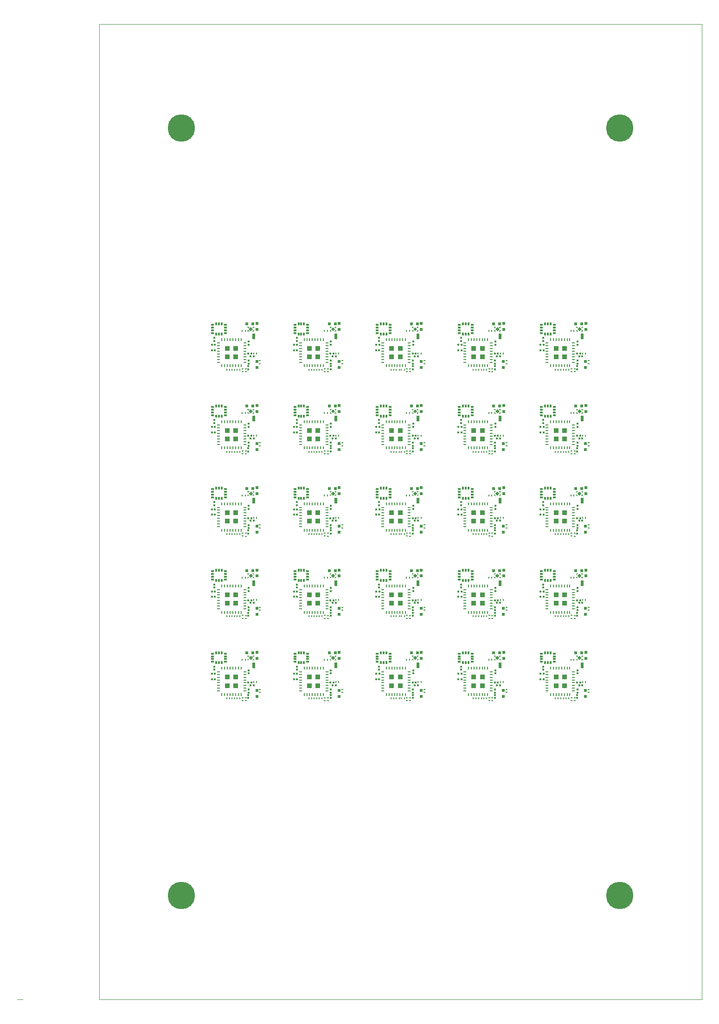
<source format=gbr>
G04 #@! TF.FileFunction,Paste,Top*
%FSLAX46Y46*%
G04 Gerber Fmt 4.6, Leading zero omitted, Abs format (unit mm)*
G04 Created by KiCad (PCBNEW 4.0.7) date 03/09/18 11:46:11*
%MOMM*%
%LPD*%
G01*
G04 APERTURE LIST*
%ADD10C,0.100000*%
%ADD11C,0.010000*%
%ADD12R,0.250000X0.300000*%
%ADD13R,0.300000X0.250000*%
%ADD14R,0.500000X1.000000*%
%ADD15R,0.350000X0.300000*%
%ADD16R,0.930000X0.930000*%
%ADD17R,0.250000X0.600000*%
%ADD18R,0.600000X0.250000*%
%ADD19R,0.300000X0.350000*%
%ADD20R,0.500000X0.600000*%
%ADD21R,0.280000X0.430000*%
%ADD22R,0.430000X0.280000*%
%ADD23R,0.390000X0.110000*%
%ADD24R,0.240000X0.260000*%
%ADD25R,0.600000X0.500000*%
%ADD26R,0.550000X0.350000*%
%ADD27R,0.350000X0.550000*%
%ADD28C,5.000000*%
G04 APERTURE END LIST*
D10*
D11*
X-10000000Y134000000D02*
X-10000000Y-44000000D01*
X100000000Y134000000D02*
X-10000000Y134000000D01*
X100000000Y-44000000D02*
X100000000Y134000000D01*
X-10000000Y-44000000D02*
X100000000Y-44000000D01*
X-25000000Y-44000000D02*
X-24000000Y-44000000D01*
D12*
X46075000Y78020000D03*
X46625000Y78020000D03*
D13*
X49312680Y72058940D03*
X49312680Y72608940D03*
D14*
X48143000Y77009660D03*
D15*
X47271040Y76089660D03*
X47271040Y75529660D03*
D16*
X44906040Y73294660D03*
X43356040Y73294660D03*
X43356040Y74844660D03*
D17*
X42381040Y71669660D03*
X42881040Y71669660D03*
X43381040Y71669660D03*
X43881040Y71669660D03*
X44381040Y71669660D03*
X44881040Y71669660D03*
X45381040Y71669660D03*
X45881040Y71669660D03*
D18*
X46531040Y72319660D03*
X46531040Y72819660D03*
X46531040Y73319660D03*
X46531040Y73819660D03*
X46531040Y74319660D03*
X46531040Y74819660D03*
X46531040Y75319660D03*
X46531040Y75819660D03*
D17*
X45881040Y76469660D03*
X45381040Y76469660D03*
X44881040Y76469660D03*
X44381040Y76469660D03*
X43881040Y76469660D03*
X43381040Y76469660D03*
X42881040Y76469660D03*
X42381040Y76469660D03*
D18*
X41731040Y75819660D03*
X41731040Y75319660D03*
X41731040Y74819660D03*
X41731040Y74319660D03*
X41731040Y73819660D03*
X41731040Y73319660D03*
X41731040Y72819660D03*
X41731040Y72319660D03*
D16*
X44906040Y74844660D03*
D19*
X41091040Y75479660D03*
X40531040Y75479660D03*
X41081040Y74489660D03*
X40521040Y74489660D03*
D15*
X47241040Y72589660D03*
X47241040Y72029660D03*
D20*
X48748800Y72429280D03*
X48748800Y71329280D03*
D19*
X47748640Y73865560D03*
X47188640Y73865560D03*
X47579800Y73388040D03*
X48139800Y73388040D03*
D15*
X47197220Y71027740D03*
X47197220Y71587740D03*
D21*
X44210000Y70960000D03*
X44730000Y70960000D03*
X43760000Y70960000D03*
X43240000Y70960000D03*
D22*
X46729500Y70570260D03*
X46729500Y71090260D03*
D21*
X48710000Y73920000D03*
X48190000Y73920000D03*
D22*
X46152920Y70575340D03*
X46152920Y71095340D03*
D21*
X45660000Y70960000D03*
X45140000Y70960000D03*
D10*
G36*
X47231120Y78554674D02*
X47125054Y78660740D01*
X47274960Y78810646D01*
X47381026Y78704580D01*
X47231120Y78554674D01*
X47231120Y78554674D01*
G37*
D23*
X47186040Y78759660D03*
D24*
X47111040Y78684660D03*
X48191040Y78034660D03*
D23*
X48116040Y77959660D03*
D10*
G36*
X48070960Y78164646D02*
X48177026Y78058580D01*
X48027120Y77908674D01*
X47921054Y78014740D01*
X48070960Y78164646D01*
X48070960Y78164646D01*
G37*
G36*
X47382026Y78014740D02*
X47275960Y77908674D01*
X47126054Y78058580D01*
X47232120Y78164646D01*
X47382026Y78014740D01*
X47382026Y78014740D01*
G37*
D23*
X47187040Y77959660D03*
D24*
X47111040Y78034660D03*
D10*
G36*
X47651040Y78727356D02*
X48018736Y78359660D01*
X47651040Y77991964D01*
X47283344Y78359660D01*
X47651040Y78727356D01*
X47651040Y78727356D01*
G37*
D24*
X48191040Y78684660D03*
D23*
X48116040Y78759660D03*
D10*
G36*
X47921054Y78704580D02*
X48027120Y78810646D01*
X48177026Y78660740D01*
X48070960Y78554674D01*
X47921054Y78704580D01*
X47921054Y78704580D01*
G37*
D25*
X46950000Y79280000D03*
X48050000Y79280000D03*
D20*
X48780000Y78290000D03*
X48780000Y79390000D03*
D26*
X40685000Y79140000D03*
X40685000Y78640000D03*
X40685000Y78140000D03*
X40685000Y77640000D03*
D27*
X41360000Y77470000D03*
X41860000Y77470000D03*
X42360000Y77470000D03*
D26*
X43035000Y77640000D03*
X43035000Y78140000D03*
X43035000Y78640000D03*
X43035000Y79140000D03*
D27*
X42360000Y79310000D03*
X41860000Y79310000D03*
X41360000Y79310000D03*
D15*
X41020000Y76760000D03*
X41020000Y76200000D03*
D12*
X46075000Y78020000D03*
X46625000Y78020000D03*
D13*
X49312680Y72058940D03*
X49312680Y72608940D03*
D14*
X48143000Y77009660D03*
D15*
X47271040Y76089660D03*
X47271040Y75529660D03*
D16*
X44906040Y73294660D03*
X43356040Y73294660D03*
X43356040Y74844660D03*
D17*
X42381040Y71669660D03*
X42881040Y71669660D03*
X43381040Y71669660D03*
X43881040Y71669660D03*
X44381040Y71669660D03*
X44881040Y71669660D03*
X45381040Y71669660D03*
X45881040Y71669660D03*
D18*
X46531040Y72319660D03*
X46531040Y72819660D03*
X46531040Y73319660D03*
X46531040Y73819660D03*
X46531040Y74319660D03*
X46531040Y74819660D03*
X46531040Y75319660D03*
X46531040Y75819660D03*
D17*
X45881040Y76469660D03*
X45381040Y76469660D03*
X44881040Y76469660D03*
X44381040Y76469660D03*
X43881040Y76469660D03*
X43381040Y76469660D03*
X42881040Y76469660D03*
X42381040Y76469660D03*
D18*
X41731040Y75819660D03*
X41731040Y75319660D03*
X41731040Y74819660D03*
X41731040Y74319660D03*
X41731040Y73819660D03*
X41731040Y73319660D03*
X41731040Y72819660D03*
X41731040Y72319660D03*
D16*
X44906040Y74844660D03*
D19*
X41091040Y75479660D03*
X40531040Y75479660D03*
X41081040Y74489660D03*
X40521040Y74489660D03*
D15*
X47241040Y72589660D03*
X47241040Y72029660D03*
D20*
X48748800Y72429280D03*
X48748800Y71329280D03*
D19*
X47748640Y73865560D03*
X47188640Y73865560D03*
X47579800Y73388040D03*
X48139800Y73388040D03*
D15*
X47197220Y71027740D03*
X47197220Y71587740D03*
D21*
X44210000Y70960000D03*
X44730000Y70960000D03*
X43760000Y70960000D03*
X43240000Y70960000D03*
D22*
X46729500Y70570260D03*
X46729500Y71090260D03*
D21*
X48710000Y73920000D03*
X48190000Y73920000D03*
D22*
X46152920Y70575340D03*
X46152920Y71095340D03*
D21*
X45660000Y70960000D03*
X45140000Y70960000D03*
D10*
G36*
X47231120Y78554674D02*
X47125054Y78660740D01*
X47274960Y78810646D01*
X47381026Y78704580D01*
X47231120Y78554674D01*
X47231120Y78554674D01*
G37*
D23*
X47186040Y78759660D03*
D24*
X47111040Y78684660D03*
X48191040Y78034660D03*
D23*
X48116040Y77959660D03*
D10*
G36*
X48070960Y78164646D02*
X48177026Y78058580D01*
X48027120Y77908674D01*
X47921054Y78014740D01*
X48070960Y78164646D01*
X48070960Y78164646D01*
G37*
G36*
X47382026Y78014740D02*
X47275960Y77908674D01*
X47126054Y78058580D01*
X47232120Y78164646D01*
X47382026Y78014740D01*
X47382026Y78014740D01*
G37*
D23*
X47187040Y77959660D03*
D24*
X47111040Y78034660D03*
D10*
G36*
X47651040Y78727356D02*
X48018736Y78359660D01*
X47651040Y77991964D01*
X47283344Y78359660D01*
X47651040Y78727356D01*
X47651040Y78727356D01*
G37*
D24*
X48191040Y78684660D03*
D23*
X48116040Y78759660D03*
D10*
G36*
X47921054Y78704580D02*
X48027120Y78810646D01*
X48177026Y78660740D01*
X48070960Y78554674D01*
X47921054Y78704580D01*
X47921054Y78704580D01*
G37*
D25*
X46950000Y79280000D03*
X48050000Y79280000D03*
D20*
X48780000Y78290000D03*
X48780000Y79390000D03*
D26*
X40685000Y79140000D03*
X40685000Y78640000D03*
X40685000Y78140000D03*
X40685000Y77640000D03*
D27*
X41360000Y77470000D03*
X41860000Y77470000D03*
X42360000Y77470000D03*
D26*
X43035000Y77640000D03*
X43035000Y78140000D03*
X43035000Y78640000D03*
X43035000Y79140000D03*
D27*
X42360000Y79310000D03*
X41860000Y79310000D03*
X41360000Y79310000D03*
D15*
X41020000Y76760000D03*
X41020000Y76200000D03*
X26020000Y76760000D03*
X26020000Y76200000D03*
D26*
X25685000Y79140000D03*
X25685000Y78640000D03*
X25685000Y78140000D03*
X25685000Y77640000D03*
D27*
X26360000Y77470000D03*
X26860000Y77470000D03*
X27360000Y77470000D03*
D26*
X28035000Y77640000D03*
X28035000Y78140000D03*
X28035000Y78640000D03*
X28035000Y79140000D03*
D27*
X27360000Y79310000D03*
X26860000Y79310000D03*
X26360000Y79310000D03*
D20*
X33780000Y78290000D03*
X33780000Y79390000D03*
D25*
X31950000Y79280000D03*
X33050000Y79280000D03*
D10*
G36*
X32231120Y78554674D02*
X32125054Y78660740D01*
X32274960Y78810646D01*
X32381026Y78704580D01*
X32231120Y78554674D01*
X32231120Y78554674D01*
G37*
D23*
X32186040Y78759660D03*
D24*
X32111040Y78684660D03*
X33191040Y78034660D03*
D23*
X33116040Y77959660D03*
D10*
G36*
X33070960Y78164646D02*
X33177026Y78058580D01*
X33027120Y77908674D01*
X32921054Y78014740D01*
X33070960Y78164646D01*
X33070960Y78164646D01*
G37*
G36*
X32382026Y78014740D02*
X32275960Y77908674D01*
X32126054Y78058580D01*
X32232120Y78164646D01*
X32382026Y78014740D01*
X32382026Y78014740D01*
G37*
D23*
X32187040Y77959660D03*
D24*
X32111040Y78034660D03*
D10*
G36*
X32651040Y78727356D02*
X33018736Y78359660D01*
X32651040Y77991964D01*
X32283344Y78359660D01*
X32651040Y78727356D01*
X32651040Y78727356D01*
G37*
D24*
X33191040Y78684660D03*
D23*
X33116040Y78759660D03*
D10*
G36*
X32921054Y78704580D02*
X33027120Y78810646D01*
X33177026Y78660740D01*
X33070960Y78554674D01*
X32921054Y78704580D01*
X32921054Y78704580D01*
G37*
D21*
X30660000Y70960000D03*
X30140000Y70960000D03*
D22*
X31152920Y70575340D03*
X31152920Y71095340D03*
D21*
X33710000Y73920000D03*
X33190000Y73920000D03*
D22*
X31729500Y70570260D03*
X31729500Y71090260D03*
D21*
X28760000Y70960000D03*
X28240000Y70960000D03*
X29210000Y70960000D03*
X29730000Y70960000D03*
D15*
X32197220Y71027740D03*
X32197220Y71587740D03*
D19*
X32579800Y73388040D03*
X33139800Y73388040D03*
X32748640Y73865560D03*
X32188640Y73865560D03*
D20*
X33748800Y72429280D03*
X33748800Y71329280D03*
D15*
X32241040Y72589660D03*
X32241040Y72029660D03*
D19*
X26081040Y74489660D03*
X25521040Y74489660D03*
X26091040Y75479660D03*
X25531040Y75479660D03*
D16*
X29906040Y73294660D03*
X28356040Y73294660D03*
X28356040Y74844660D03*
D17*
X27381040Y71669660D03*
X27881040Y71669660D03*
X28381040Y71669660D03*
X28881040Y71669660D03*
X29381040Y71669660D03*
X29881040Y71669660D03*
X30381040Y71669660D03*
X30881040Y71669660D03*
D18*
X31531040Y72319660D03*
X31531040Y72819660D03*
X31531040Y73319660D03*
X31531040Y73819660D03*
X31531040Y74319660D03*
X31531040Y74819660D03*
X31531040Y75319660D03*
X31531040Y75819660D03*
D17*
X30881040Y76469660D03*
X30381040Y76469660D03*
X29881040Y76469660D03*
X29381040Y76469660D03*
X28881040Y76469660D03*
X28381040Y76469660D03*
X27881040Y76469660D03*
X27381040Y76469660D03*
D18*
X26731040Y75819660D03*
X26731040Y75319660D03*
X26731040Y74819660D03*
X26731040Y74319660D03*
X26731040Y73819660D03*
X26731040Y73319660D03*
X26731040Y72819660D03*
X26731040Y72319660D03*
D16*
X29906040Y74844660D03*
D15*
X32271040Y76089660D03*
X32271040Y75529660D03*
D14*
X33143000Y77009660D03*
D13*
X34312680Y72058940D03*
X34312680Y72608940D03*
D12*
X31075000Y78020000D03*
X31625000Y78020000D03*
D28*
X5000000Y115000000D03*
X85000000Y115000000D03*
X85000000Y-25000000D03*
X5000000Y-25000000D03*
D12*
X76075000Y18020000D03*
X76625000Y18020000D03*
D13*
X79312680Y12058940D03*
X79312680Y12608940D03*
D14*
X78143000Y17009660D03*
D15*
X77271040Y16089660D03*
X77271040Y15529660D03*
D16*
X74906040Y13294660D03*
X73356040Y13294660D03*
X73356040Y14844660D03*
D17*
X72381040Y11669660D03*
X72881040Y11669660D03*
X73381040Y11669660D03*
X73881040Y11669660D03*
X74381040Y11669660D03*
X74881040Y11669660D03*
X75381040Y11669660D03*
X75881040Y11669660D03*
D18*
X76531040Y12319660D03*
X76531040Y12819660D03*
X76531040Y13319660D03*
X76531040Y13819660D03*
X76531040Y14319660D03*
X76531040Y14819660D03*
X76531040Y15319660D03*
X76531040Y15819660D03*
D17*
X75881040Y16469660D03*
X75381040Y16469660D03*
X74881040Y16469660D03*
X74381040Y16469660D03*
X73881040Y16469660D03*
X73381040Y16469660D03*
X72881040Y16469660D03*
X72381040Y16469660D03*
D18*
X71731040Y15819660D03*
X71731040Y15319660D03*
X71731040Y14819660D03*
X71731040Y14319660D03*
X71731040Y13819660D03*
X71731040Y13319660D03*
X71731040Y12819660D03*
X71731040Y12319660D03*
D16*
X74906040Y14844660D03*
D19*
X71091040Y15479660D03*
X70531040Y15479660D03*
X71081040Y14489660D03*
X70521040Y14489660D03*
D15*
X77241040Y12589660D03*
X77241040Y12029660D03*
D20*
X78748800Y12429280D03*
X78748800Y11329280D03*
D19*
X77748640Y13865560D03*
X77188640Y13865560D03*
X77579800Y13388040D03*
X78139800Y13388040D03*
D15*
X77197220Y11027740D03*
X77197220Y11587740D03*
D21*
X74210000Y10960000D03*
X74730000Y10960000D03*
X73760000Y10960000D03*
X73240000Y10960000D03*
D22*
X76729500Y10570260D03*
X76729500Y11090260D03*
D21*
X78710000Y13920000D03*
X78190000Y13920000D03*
D22*
X76152920Y10575340D03*
X76152920Y11095340D03*
D21*
X75660000Y10960000D03*
X75140000Y10960000D03*
D10*
G36*
X77231120Y18554674D02*
X77125054Y18660740D01*
X77274960Y18810646D01*
X77381026Y18704580D01*
X77231120Y18554674D01*
X77231120Y18554674D01*
G37*
D23*
X77186040Y18759660D03*
D24*
X77111040Y18684660D03*
X78191040Y18034660D03*
D23*
X78116040Y17959660D03*
D10*
G36*
X78070960Y18164646D02*
X78177026Y18058580D01*
X78027120Y17908674D01*
X77921054Y18014740D01*
X78070960Y18164646D01*
X78070960Y18164646D01*
G37*
G36*
X77382026Y18014740D02*
X77275960Y17908674D01*
X77126054Y18058580D01*
X77232120Y18164646D01*
X77382026Y18014740D01*
X77382026Y18014740D01*
G37*
D23*
X77187040Y17959660D03*
D24*
X77111040Y18034660D03*
D10*
G36*
X77651040Y18727356D02*
X78018736Y18359660D01*
X77651040Y17991964D01*
X77283344Y18359660D01*
X77651040Y18727356D01*
X77651040Y18727356D01*
G37*
D24*
X78191040Y18684660D03*
D23*
X78116040Y18759660D03*
D10*
G36*
X77921054Y18704580D02*
X78027120Y18810646D01*
X78177026Y18660740D01*
X78070960Y18554674D01*
X77921054Y18704580D01*
X77921054Y18704580D01*
G37*
D25*
X76950000Y19280000D03*
X78050000Y19280000D03*
D20*
X78780000Y18290000D03*
X78780000Y19390000D03*
D26*
X70685000Y19140000D03*
X70685000Y18640000D03*
X70685000Y18140000D03*
X70685000Y17640000D03*
D27*
X71360000Y17470000D03*
X71860000Y17470000D03*
X72360000Y17470000D03*
D26*
X73035000Y17640000D03*
X73035000Y18140000D03*
X73035000Y18640000D03*
X73035000Y19140000D03*
D27*
X72360000Y19310000D03*
X71860000Y19310000D03*
X71360000Y19310000D03*
D15*
X71020000Y16760000D03*
X71020000Y16200000D03*
X56020000Y16760000D03*
X56020000Y16200000D03*
D26*
X55685000Y19140000D03*
X55685000Y18640000D03*
X55685000Y18140000D03*
X55685000Y17640000D03*
D27*
X56360000Y17470000D03*
X56860000Y17470000D03*
X57360000Y17470000D03*
D26*
X58035000Y17640000D03*
X58035000Y18140000D03*
X58035000Y18640000D03*
X58035000Y19140000D03*
D27*
X57360000Y19310000D03*
X56860000Y19310000D03*
X56360000Y19310000D03*
D20*
X63780000Y18290000D03*
X63780000Y19390000D03*
D25*
X61950000Y19280000D03*
X63050000Y19280000D03*
D10*
G36*
X62231120Y18554674D02*
X62125054Y18660740D01*
X62274960Y18810646D01*
X62381026Y18704580D01*
X62231120Y18554674D01*
X62231120Y18554674D01*
G37*
D23*
X62186040Y18759660D03*
D24*
X62111040Y18684660D03*
X63191040Y18034660D03*
D23*
X63116040Y17959660D03*
D10*
G36*
X63070960Y18164646D02*
X63177026Y18058580D01*
X63027120Y17908674D01*
X62921054Y18014740D01*
X63070960Y18164646D01*
X63070960Y18164646D01*
G37*
G36*
X62382026Y18014740D02*
X62275960Y17908674D01*
X62126054Y18058580D01*
X62232120Y18164646D01*
X62382026Y18014740D01*
X62382026Y18014740D01*
G37*
D23*
X62187040Y17959660D03*
D24*
X62111040Y18034660D03*
D10*
G36*
X62651040Y18727356D02*
X63018736Y18359660D01*
X62651040Y17991964D01*
X62283344Y18359660D01*
X62651040Y18727356D01*
X62651040Y18727356D01*
G37*
D24*
X63191040Y18684660D03*
D23*
X63116040Y18759660D03*
D10*
G36*
X62921054Y18704580D02*
X63027120Y18810646D01*
X63177026Y18660740D01*
X63070960Y18554674D01*
X62921054Y18704580D01*
X62921054Y18704580D01*
G37*
D21*
X60660000Y10960000D03*
X60140000Y10960000D03*
D22*
X61152920Y10575340D03*
X61152920Y11095340D03*
D21*
X63710000Y13920000D03*
X63190000Y13920000D03*
D22*
X61729500Y10570260D03*
X61729500Y11090260D03*
D21*
X58760000Y10960000D03*
X58240000Y10960000D03*
X59210000Y10960000D03*
X59730000Y10960000D03*
D15*
X62197220Y11027740D03*
X62197220Y11587740D03*
D19*
X62579800Y13388040D03*
X63139800Y13388040D03*
X62748640Y13865560D03*
X62188640Y13865560D03*
D20*
X63748800Y12429280D03*
X63748800Y11329280D03*
D15*
X62241040Y12589660D03*
X62241040Y12029660D03*
D19*
X56081040Y14489660D03*
X55521040Y14489660D03*
X56091040Y15479660D03*
X55531040Y15479660D03*
D16*
X59906040Y13294660D03*
X58356040Y13294660D03*
X58356040Y14844660D03*
D17*
X57381040Y11669660D03*
X57881040Y11669660D03*
X58381040Y11669660D03*
X58881040Y11669660D03*
X59381040Y11669660D03*
X59881040Y11669660D03*
X60381040Y11669660D03*
X60881040Y11669660D03*
D18*
X61531040Y12319660D03*
X61531040Y12819660D03*
X61531040Y13319660D03*
X61531040Y13819660D03*
X61531040Y14319660D03*
X61531040Y14819660D03*
X61531040Y15319660D03*
X61531040Y15819660D03*
D17*
X60881040Y16469660D03*
X60381040Y16469660D03*
X59881040Y16469660D03*
X59381040Y16469660D03*
X58881040Y16469660D03*
X58381040Y16469660D03*
X57881040Y16469660D03*
X57381040Y16469660D03*
D18*
X56731040Y15819660D03*
X56731040Y15319660D03*
X56731040Y14819660D03*
X56731040Y14319660D03*
X56731040Y13819660D03*
X56731040Y13319660D03*
X56731040Y12819660D03*
X56731040Y12319660D03*
D16*
X59906040Y14844660D03*
D15*
X62271040Y16089660D03*
X62271040Y15529660D03*
D14*
X63143000Y17009660D03*
D13*
X64312680Y12058940D03*
X64312680Y12608940D03*
D12*
X61075000Y18020000D03*
X61625000Y18020000D03*
X46075000Y18020000D03*
X46625000Y18020000D03*
D13*
X49312680Y12058940D03*
X49312680Y12608940D03*
D14*
X48143000Y17009660D03*
D15*
X47271040Y16089660D03*
X47271040Y15529660D03*
D16*
X44906040Y13294660D03*
X43356040Y13294660D03*
X43356040Y14844660D03*
D17*
X42381040Y11669660D03*
X42881040Y11669660D03*
X43381040Y11669660D03*
X43881040Y11669660D03*
X44381040Y11669660D03*
X44881040Y11669660D03*
X45381040Y11669660D03*
X45881040Y11669660D03*
D18*
X46531040Y12319660D03*
X46531040Y12819660D03*
X46531040Y13319660D03*
X46531040Y13819660D03*
X46531040Y14319660D03*
X46531040Y14819660D03*
X46531040Y15319660D03*
X46531040Y15819660D03*
D17*
X45881040Y16469660D03*
X45381040Y16469660D03*
X44881040Y16469660D03*
X44381040Y16469660D03*
X43881040Y16469660D03*
X43381040Y16469660D03*
X42881040Y16469660D03*
X42381040Y16469660D03*
D18*
X41731040Y15819660D03*
X41731040Y15319660D03*
X41731040Y14819660D03*
X41731040Y14319660D03*
X41731040Y13819660D03*
X41731040Y13319660D03*
X41731040Y12819660D03*
X41731040Y12319660D03*
D16*
X44906040Y14844660D03*
D19*
X41091040Y15479660D03*
X40531040Y15479660D03*
X41081040Y14489660D03*
X40521040Y14489660D03*
D15*
X47241040Y12589660D03*
X47241040Y12029660D03*
D20*
X48748800Y12429280D03*
X48748800Y11329280D03*
D19*
X47748640Y13865560D03*
X47188640Y13865560D03*
X47579800Y13388040D03*
X48139800Y13388040D03*
D15*
X47197220Y11027740D03*
X47197220Y11587740D03*
D21*
X44210000Y10960000D03*
X44730000Y10960000D03*
X43760000Y10960000D03*
X43240000Y10960000D03*
D22*
X46729500Y10570260D03*
X46729500Y11090260D03*
D21*
X48710000Y13920000D03*
X48190000Y13920000D03*
D22*
X46152920Y10575340D03*
X46152920Y11095340D03*
D21*
X45660000Y10960000D03*
X45140000Y10960000D03*
D10*
G36*
X47231120Y18554674D02*
X47125054Y18660740D01*
X47274960Y18810646D01*
X47381026Y18704580D01*
X47231120Y18554674D01*
X47231120Y18554674D01*
G37*
D23*
X47186040Y18759660D03*
D24*
X47111040Y18684660D03*
X48191040Y18034660D03*
D23*
X48116040Y17959660D03*
D10*
G36*
X48070960Y18164646D02*
X48177026Y18058580D01*
X48027120Y17908674D01*
X47921054Y18014740D01*
X48070960Y18164646D01*
X48070960Y18164646D01*
G37*
G36*
X47382026Y18014740D02*
X47275960Y17908674D01*
X47126054Y18058580D01*
X47232120Y18164646D01*
X47382026Y18014740D01*
X47382026Y18014740D01*
G37*
D23*
X47187040Y17959660D03*
D24*
X47111040Y18034660D03*
D10*
G36*
X47651040Y18727356D02*
X48018736Y18359660D01*
X47651040Y17991964D01*
X47283344Y18359660D01*
X47651040Y18727356D01*
X47651040Y18727356D01*
G37*
D24*
X48191040Y18684660D03*
D23*
X48116040Y18759660D03*
D10*
G36*
X47921054Y18704580D02*
X48027120Y18810646D01*
X48177026Y18660740D01*
X48070960Y18554674D01*
X47921054Y18704580D01*
X47921054Y18704580D01*
G37*
D25*
X46950000Y19280000D03*
X48050000Y19280000D03*
D20*
X48780000Y18290000D03*
X48780000Y19390000D03*
D26*
X40685000Y19140000D03*
X40685000Y18640000D03*
X40685000Y18140000D03*
X40685000Y17640000D03*
D27*
X41360000Y17470000D03*
X41860000Y17470000D03*
X42360000Y17470000D03*
D26*
X43035000Y17640000D03*
X43035000Y18140000D03*
X43035000Y18640000D03*
X43035000Y19140000D03*
D27*
X42360000Y19310000D03*
X41860000Y19310000D03*
X41360000Y19310000D03*
D15*
X41020000Y16760000D03*
X41020000Y16200000D03*
X26020000Y16760000D03*
X26020000Y16200000D03*
D26*
X25685000Y19140000D03*
X25685000Y18640000D03*
X25685000Y18140000D03*
X25685000Y17640000D03*
D27*
X26360000Y17470000D03*
X26860000Y17470000D03*
X27360000Y17470000D03*
D26*
X28035000Y17640000D03*
X28035000Y18140000D03*
X28035000Y18640000D03*
X28035000Y19140000D03*
D27*
X27360000Y19310000D03*
X26860000Y19310000D03*
X26360000Y19310000D03*
D20*
X33780000Y18290000D03*
X33780000Y19390000D03*
D25*
X31950000Y19280000D03*
X33050000Y19280000D03*
D10*
G36*
X32231120Y18554674D02*
X32125054Y18660740D01*
X32274960Y18810646D01*
X32381026Y18704580D01*
X32231120Y18554674D01*
X32231120Y18554674D01*
G37*
D23*
X32186040Y18759660D03*
D24*
X32111040Y18684660D03*
X33191040Y18034660D03*
D23*
X33116040Y17959660D03*
D10*
G36*
X33070960Y18164646D02*
X33177026Y18058580D01*
X33027120Y17908674D01*
X32921054Y18014740D01*
X33070960Y18164646D01*
X33070960Y18164646D01*
G37*
G36*
X32382026Y18014740D02*
X32275960Y17908674D01*
X32126054Y18058580D01*
X32232120Y18164646D01*
X32382026Y18014740D01*
X32382026Y18014740D01*
G37*
D23*
X32187040Y17959660D03*
D24*
X32111040Y18034660D03*
D10*
G36*
X32651040Y18727356D02*
X33018736Y18359660D01*
X32651040Y17991964D01*
X32283344Y18359660D01*
X32651040Y18727356D01*
X32651040Y18727356D01*
G37*
D24*
X33191040Y18684660D03*
D23*
X33116040Y18759660D03*
D10*
G36*
X32921054Y18704580D02*
X33027120Y18810646D01*
X33177026Y18660740D01*
X33070960Y18554674D01*
X32921054Y18704580D01*
X32921054Y18704580D01*
G37*
D21*
X30660000Y10960000D03*
X30140000Y10960000D03*
D22*
X31152920Y10575340D03*
X31152920Y11095340D03*
D21*
X33710000Y13920000D03*
X33190000Y13920000D03*
D22*
X31729500Y10570260D03*
X31729500Y11090260D03*
D21*
X28760000Y10960000D03*
X28240000Y10960000D03*
X29210000Y10960000D03*
X29730000Y10960000D03*
D15*
X32197220Y11027740D03*
X32197220Y11587740D03*
D19*
X32579800Y13388040D03*
X33139800Y13388040D03*
X32748640Y13865560D03*
X32188640Y13865560D03*
D20*
X33748800Y12429280D03*
X33748800Y11329280D03*
D15*
X32241040Y12589660D03*
X32241040Y12029660D03*
D19*
X26081040Y14489660D03*
X25521040Y14489660D03*
X26091040Y15479660D03*
X25531040Y15479660D03*
D16*
X29906040Y13294660D03*
X28356040Y13294660D03*
X28356040Y14844660D03*
D17*
X27381040Y11669660D03*
X27881040Y11669660D03*
X28381040Y11669660D03*
X28881040Y11669660D03*
X29381040Y11669660D03*
X29881040Y11669660D03*
X30381040Y11669660D03*
X30881040Y11669660D03*
D18*
X31531040Y12319660D03*
X31531040Y12819660D03*
X31531040Y13319660D03*
X31531040Y13819660D03*
X31531040Y14319660D03*
X31531040Y14819660D03*
X31531040Y15319660D03*
X31531040Y15819660D03*
D17*
X30881040Y16469660D03*
X30381040Y16469660D03*
X29881040Y16469660D03*
X29381040Y16469660D03*
X28881040Y16469660D03*
X28381040Y16469660D03*
X27881040Y16469660D03*
X27381040Y16469660D03*
D18*
X26731040Y15819660D03*
X26731040Y15319660D03*
X26731040Y14819660D03*
X26731040Y14319660D03*
X26731040Y13819660D03*
X26731040Y13319660D03*
X26731040Y12819660D03*
X26731040Y12319660D03*
D16*
X29906040Y14844660D03*
D15*
X32271040Y16089660D03*
X32271040Y15529660D03*
D14*
X33143000Y17009660D03*
D13*
X34312680Y12058940D03*
X34312680Y12608940D03*
D12*
X31075000Y18020000D03*
X31625000Y18020000D03*
X16075000Y18020000D03*
X16625000Y18020000D03*
D13*
X19312680Y12058940D03*
X19312680Y12608940D03*
D14*
X18143000Y17009660D03*
D15*
X17271040Y16089660D03*
X17271040Y15529660D03*
D16*
X14906040Y13294660D03*
X13356040Y13294660D03*
X13356040Y14844660D03*
D17*
X12381040Y11669660D03*
X12881040Y11669660D03*
X13381040Y11669660D03*
X13881040Y11669660D03*
X14381040Y11669660D03*
X14881040Y11669660D03*
X15381040Y11669660D03*
X15881040Y11669660D03*
D18*
X16531040Y12319660D03*
X16531040Y12819660D03*
X16531040Y13319660D03*
X16531040Y13819660D03*
X16531040Y14319660D03*
X16531040Y14819660D03*
X16531040Y15319660D03*
X16531040Y15819660D03*
D17*
X15881040Y16469660D03*
X15381040Y16469660D03*
X14881040Y16469660D03*
X14381040Y16469660D03*
X13881040Y16469660D03*
X13381040Y16469660D03*
X12881040Y16469660D03*
X12381040Y16469660D03*
D18*
X11731040Y15819660D03*
X11731040Y15319660D03*
X11731040Y14819660D03*
X11731040Y14319660D03*
X11731040Y13819660D03*
X11731040Y13319660D03*
X11731040Y12819660D03*
X11731040Y12319660D03*
D16*
X14906040Y14844660D03*
D19*
X11091040Y15479660D03*
X10531040Y15479660D03*
X11081040Y14489660D03*
X10521040Y14489660D03*
D15*
X17241040Y12589660D03*
X17241040Y12029660D03*
D20*
X18748800Y12429280D03*
X18748800Y11329280D03*
D19*
X17748640Y13865560D03*
X17188640Y13865560D03*
X17579800Y13388040D03*
X18139800Y13388040D03*
D15*
X17197220Y11027740D03*
X17197220Y11587740D03*
D21*
X14210000Y10960000D03*
X14730000Y10960000D03*
X13760000Y10960000D03*
X13240000Y10960000D03*
D22*
X16729500Y10570260D03*
X16729500Y11090260D03*
D21*
X18710000Y13920000D03*
X18190000Y13920000D03*
D22*
X16152920Y10575340D03*
X16152920Y11095340D03*
D21*
X15660000Y10960000D03*
X15140000Y10960000D03*
D10*
G36*
X17231120Y18554674D02*
X17125054Y18660740D01*
X17274960Y18810646D01*
X17381026Y18704580D01*
X17231120Y18554674D01*
X17231120Y18554674D01*
G37*
D23*
X17186040Y18759660D03*
D24*
X17111040Y18684660D03*
X18191040Y18034660D03*
D23*
X18116040Y17959660D03*
D10*
G36*
X18070960Y18164646D02*
X18177026Y18058580D01*
X18027120Y17908674D01*
X17921054Y18014740D01*
X18070960Y18164646D01*
X18070960Y18164646D01*
G37*
G36*
X17382026Y18014740D02*
X17275960Y17908674D01*
X17126054Y18058580D01*
X17232120Y18164646D01*
X17382026Y18014740D01*
X17382026Y18014740D01*
G37*
D23*
X17187040Y17959660D03*
D24*
X17111040Y18034660D03*
D10*
G36*
X17651040Y18727356D02*
X18018736Y18359660D01*
X17651040Y17991964D01*
X17283344Y18359660D01*
X17651040Y18727356D01*
X17651040Y18727356D01*
G37*
D24*
X18191040Y18684660D03*
D23*
X18116040Y18759660D03*
D10*
G36*
X17921054Y18704580D02*
X18027120Y18810646D01*
X18177026Y18660740D01*
X18070960Y18554674D01*
X17921054Y18704580D01*
X17921054Y18704580D01*
G37*
D25*
X16950000Y19280000D03*
X18050000Y19280000D03*
D20*
X18780000Y18290000D03*
X18780000Y19390000D03*
D26*
X10685000Y19140000D03*
X10685000Y18640000D03*
X10685000Y18140000D03*
X10685000Y17640000D03*
D27*
X11360000Y17470000D03*
X11860000Y17470000D03*
X12360000Y17470000D03*
D26*
X13035000Y17640000D03*
X13035000Y18140000D03*
X13035000Y18640000D03*
X13035000Y19140000D03*
D27*
X12360000Y19310000D03*
X11860000Y19310000D03*
X11360000Y19310000D03*
D15*
X11020000Y16760000D03*
X11020000Y16200000D03*
X11020000Y31760000D03*
X11020000Y31200000D03*
D26*
X10685000Y34140000D03*
X10685000Y33640000D03*
X10685000Y33140000D03*
X10685000Y32640000D03*
D27*
X11360000Y32470000D03*
X11860000Y32470000D03*
X12360000Y32470000D03*
D26*
X13035000Y32640000D03*
X13035000Y33140000D03*
X13035000Y33640000D03*
X13035000Y34140000D03*
D27*
X12360000Y34310000D03*
X11860000Y34310000D03*
X11360000Y34310000D03*
D20*
X18780000Y33290000D03*
X18780000Y34390000D03*
D25*
X16950000Y34280000D03*
X18050000Y34280000D03*
D10*
G36*
X17231120Y33554674D02*
X17125054Y33660740D01*
X17274960Y33810646D01*
X17381026Y33704580D01*
X17231120Y33554674D01*
X17231120Y33554674D01*
G37*
D23*
X17186040Y33759660D03*
D24*
X17111040Y33684660D03*
X18191040Y33034660D03*
D23*
X18116040Y32959660D03*
D10*
G36*
X18070960Y33164646D02*
X18177026Y33058580D01*
X18027120Y32908674D01*
X17921054Y33014740D01*
X18070960Y33164646D01*
X18070960Y33164646D01*
G37*
G36*
X17382026Y33014740D02*
X17275960Y32908674D01*
X17126054Y33058580D01*
X17232120Y33164646D01*
X17382026Y33014740D01*
X17382026Y33014740D01*
G37*
D23*
X17187040Y32959660D03*
D24*
X17111040Y33034660D03*
D10*
G36*
X17651040Y33727356D02*
X18018736Y33359660D01*
X17651040Y32991964D01*
X17283344Y33359660D01*
X17651040Y33727356D01*
X17651040Y33727356D01*
G37*
D24*
X18191040Y33684660D03*
D23*
X18116040Y33759660D03*
D10*
G36*
X17921054Y33704580D02*
X18027120Y33810646D01*
X18177026Y33660740D01*
X18070960Y33554674D01*
X17921054Y33704580D01*
X17921054Y33704580D01*
G37*
D21*
X15660000Y25960000D03*
X15140000Y25960000D03*
D22*
X16152920Y25575340D03*
X16152920Y26095340D03*
D21*
X18710000Y28920000D03*
X18190000Y28920000D03*
D22*
X16729500Y25570260D03*
X16729500Y26090260D03*
D21*
X13760000Y25960000D03*
X13240000Y25960000D03*
X14210000Y25960000D03*
X14730000Y25960000D03*
D15*
X17197220Y26027740D03*
X17197220Y26587740D03*
D19*
X17579800Y28388040D03*
X18139800Y28388040D03*
X17748640Y28865560D03*
X17188640Y28865560D03*
D20*
X18748800Y27429280D03*
X18748800Y26329280D03*
D15*
X17241040Y27589660D03*
X17241040Y27029660D03*
D19*
X11081040Y29489660D03*
X10521040Y29489660D03*
X11091040Y30479660D03*
X10531040Y30479660D03*
D16*
X14906040Y28294660D03*
X13356040Y28294660D03*
X13356040Y29844660D03*
D17*
X12381040Y26669660D03*
X12881040Y26669660D03*
X13381040Y26669660D03*
X13881040Y26669660D03*
X14381040Y26669660D03*
X14881040Y26669660D03*
X15381040Y26669660D03*
X15881040Y26669660D03*
D18*
X16531040Y27319660D03*
X16531040Y27819660D03*
X16531040Y28319660D03*
X16531040Y28819660D03*
X16531040Y29319660D03*
X16531040Y29819660D03*
X16531040Y30319660D03*
X16531040Y30819660D03*
D17*
X15881040Y31469660D03*
X15381040Y31469660D03*
X14881040Y31469660D03*
X14381040Y31469660D03*
X13881040Y31469660D03*
X13381040Y31469660D03*
X12881040Y31469660D03*
X12381040Y31469660D03*
D18*
X11731040Y30819660D03*
X11731040Y30319660D03*
X11731040Y29819660D03*
X11731040Y29319660D03*
X11731040Y28819660D03*
X11731040Y28319660D03*
X11731040Y27819660D03*
X11731040Y27319660D03*
D16*
X14906040Y29844660D03*
D15*
X17271040Y31089660D03*
X17271040Y30529660D03*
D14*
X18143000Y32009660D03*
D13*
X19312680Y27058940D03*
X19312680Y27608940D03*
D12*
X16075000Y33020000D03*
X16625000Y33020000D03*
X31075000Y33020000D03*
X31625000Y33020000D03*
D13*
X34312680Y27058940D03*
X34312680Y27608940D03*
D14*
X33143000Y32009660D03*
D15*
X32271040Y31089660D03*
X32271040Y30529660D03*
D16*
X29906040Y28294660D03*
X28356040Y28294660D03*
X28356040Y29844660D03*
D17*
X27381040Y26669660D03*
X27881040Y26669660D03*
X28381040Y26669660D03*
X28881040Y26669660D03*
X29381040Y26669660D03*
X29881040Y26669660D03*
X30381040Y26669660D03*
X30881040Y26669660D03*
D18*
X31531040Y27319660D03*
X31531040Y27819660D03*
X31531040Y28319660D03*
X31531040Y28819660D03*
X31531040Y29319660D03*
X31531040Y29819660D03*
X31531040Y30319660D03*
X31531040Y30819660D03*
D17*
X30881040Y31469660D03*
X30381040Y31469660D03*
X29881040Y31469660D03*
X29381040Y31469660D03*
X28881040Y31469660D03*
X28381040Y31469660D03*
X27881040Y31469660D03*
X27381040Y31469660D03*
D18*
X26731040Y30819660D03*
X26731040Y30319660D03*
X26731040Y29819660D03*
X26731040Y29319660D03*
X26731040Y28819660D03*
X26731040Y28319660D03*
X26731040Y27819660D03*
X26731040Y27319660D03*
D16*
X29906040Y29844660D03*
D19*
X26091040Y30479660D03*
X25531040Y30479660D03*
X26081040Y29489660D03*
X25521040Y29489660D03*
D15*
X32241040Y27589660D03*
X32241040Y27029660D03*
D20*
X33748800Y27429280D03*
X33748800Y26329280D03*
D19*
X32748640Y28865560D03*
X32188640Y28865560D03*
X32579800Y28388040D03*
X33139800Y28388040D03*
D15*
X32197220Y26027740D03*
X32197220Y26587740D03*
D21*
X29210000Y25960000D03*
X29730000Y25960000D03*
X28760000Y25960000D03*
X28240000Y25960000D03*
D22*
X31729500Y25570260D03*
X31729500Y26090260D03*
D21*
X33710000Y28920000D03*
X33190000Y28920000D03*
D22*
X31152920Y25575340D03*
X31152920Y26095340D03*
D21*
X30660000Y25960000D03*
X30140000Y25960000D03*
D10*
G36*
X32231120Y33554674D02*
X32125054Y33660740D01*
X32274960Y33810646D01*
X32381026Y33704580D01*
X32231120Y33554674D01*
X32231120Y33554674D01*
G37*
D23*
X32186040Y33759660D03*
D24*
X32111040Y33684660D03*
X33191040Y33034660D03*
D23*
X33116040Y32959660D03*
D10*
G36*
X33070960Y33164646D02*
X33177026Y33058580D01*
X33027120Y32908674D01*
X32921054Y33014740D01*
X33070960Y33164646D01*
X33070960Y33164646D01*
G37*
G36*
X32382026Y33014740D02*
X32275960Y32908674D01*
X32126054Y33058580D01*
X32232120Y33164646D01*
X32382026Y33014740D01*
X32382026Y33014740D01*
G37*
D23*
X32187040Y32959660D03*
D24*
X32111040Y33034660D03*
D10*
G36*
X32651040Y33727356D02*
X33018736Y33359660D01*
X32651040Y32991964D01*
X32283344Y33359660D01*
X32651040Y33727356D01*
X32651040Y33727356D01*
G37*
D24*
X33191040Y33684660D03*
D23*
X33116040Y33759660D03*
D10*
G36*
X32921054Y33704580D02*
X33027120Y33810646D01*
X33177026Y33660740D01*
X33070960Y33554674D01*
X32921054Y33704580D01*
X32921054Y33704580D01*
G37*
D25*
X31950000Y34280000D03*
X33050000Y34280000D03*
D20*
X33780000Y33290000D03*
X33780000Y34390000D03*
D26*
X25685000Y34140000D03*
X25685000Y33640000D03*
X25685000Y33140000D03*
X25685000Y32640000D03*
D27*
X26360000Y32470000D03*
X26860000Y32470000D03*
X27360000Y32470000D03*
D26*
X28035000Y32640000D03*
X28035000Y33140000D03*
X28035000Y33640000D03*
X28035000Y34140000D03*
D27*
X27360000Y34310000D03*
X26860000Y34310000D03*
X26360000Y34310000D03*
D15*
X26020000Y31760000D03*
X26020000Y31200000D03*
X41020000Y31760000D03*
X41020000Y31200000D03*
D26*
X40685000Y34140000D03*
X40685000Y33640000D03*
X40685000Y33140000D03*
X40685000Y32640000D03*
D27*
X41360000Y32470000D03*
X41860000Y32470000D03*
X42360000Y32470000D03*
D26*
X43035000Y32640000D03*
X43035000Y33140000D03*
X43035000Y33640000D03*
X43035000Y34140000D03*
D27*
X42360000Y34310000D03*
X41860000Y34310000D03*
X41360000Y34310000D03*
D20*
X48780000Y33290000D03*
X48780000Y34390000D03*
D25*
X46950000Y34280000D03*
X48050000Y34280000D03*
D10*
G36*
X47231120Y33554674D02*
X47125054Y33660740D01*
X47274960Y33810646D01*
X47381026Y33704580D01*
X47231120Y33554674D01*
X47231120Y33554674D01*
G37*
D23*
X47186040Y33759660D03*
D24*
X47111040Y33684660D03*
X48191040Y33034660D03*
D23*
X48116040Y32959660D03*
D10*
G36*
X48070960Y33164646D02*
X48177026Y33058580D01*
X48027120Y32908674D01*
X47921054Y33014740D01*
X48070960Y33164646D01*
X48070960Y33164646D01*
G37*
G36*
X47382026Y33014740D02*
X47275960Y32908674D01*
X47126054Y33058580D01*
X47232120Y33164646D01*
X47382026Y33014740D01*
X47382026Y33014740D01*
G37*
D23*
X47187040Y32959660D03*
D24*
X47111040Y33034660D03*
D10*
G36*
X47651040Y33727356D02*
X48018736Y33359660D01*
X47651040Y32991964D01*
X47283344Y33359660D01*
X47651040Y33727356D01*
X47651040Y33727356D01*
G37*
D24*
X48191040Y33684660D03*
D23*
X48116040Y33759660D03*
D10*
G36*
X47921054Y33704580D02*
X48027120Y33810646D01*
X48177026Y33660740D01*
X48070960Y33554674D01*
X47921054Y33704580D01*
X47921054Y33704580D01*
G37*
D21*
X45660000Y25960000D03*
X45140000Y25960000D03*
D22*
X46152920Y25575340D03*
X46152920Y26095340D03*
D21*
X48710000Y28920000D03*
X48190000Y28920000D03*
D22*
X46729500Y25570260D03*
X46729500Y26090260D03*
D21*
X43760000Y25960000D03*
X43240000Y25960000D03*
X44210000Y25960000D03*
X44730000Y25960000D03*
D15*
X47197220Y26027740D03*
X47197220Y26587740D03*
D19*
X47579800Y28388040D03*
X48139800Y28388040D03*
X47748640Y28865560D03*
X47188640Y28865560D03*
D20*
X48748800Y27429280D03*
X48748800Y26329280D03*
D15*
X47241040Y27589660D03*
X47241040Y27029660D03*
D19*
X41081040Y29489660D03*
X40521040Y29489660D03*
X41091040Y30479660D03*
X40531040Y30479660D03*
D16*
X44906040Y28294660D03*
X43356040Y28294660D03*
X43356040Y29844660D03*
D17*
X42381040Y26669660D03*
X42881040Y26669660D03*
X43381040Y26669660D03*
X43881040Y26669660D03*
X44381040Y26669660D03*
X44881040Y26669660D03*
X45381040Y26669660D03*
X45881040Y26669660D03*
D18*
X46531040Y27319660D03*
X46531040Y27819660D03*
X46531040Y28319660D03*
X46531040Y28819660D03*
X46531040Y29319660D03*
X46531040Y29819660D03*
X46531040Y30319660D03*
X46531040Y30819660D03*
D17*
X45881040Y31469660D03*
X45381040Y31469660D03*
X44881040Y31469660D03*
X44381040Y31469660D03*
X43881040Y31469660D03*
X43381040Y31469660D03*
X42881040Y31469660D03*
X42381040Y31469660D03*
D18*
X41731040Y30819660D03*
X41731040Y30319660D03*
X41731040Y29819660D03*
X41731040Y29319660D03*
X41731040Y28819660D03*
X41731040Y28319660D03*
X41731040Y27819660D03*
X41731040Y27319660D03*
D16*
X44906040Y29844660D03*
D15*
X47271040Y31089660D03*
X47271040Y30529660D03*
D14*
X48143000Y32009660D03*
D13*
X49312680Y27058940D03*
X49312680Y27608940D03*
D12*
X46075000Y33020000D03*
X46625000Y33020000D03*
X61075000Y33020000D03*
X61625000Y33020000D03*
D13*
X64312680Y27058940D03*
X64312680Y27608940D03*
D14*
X63143000Y32009660D03*
D15*
X62271040Y31089660D03*
X62271040Y30529660D03*
D16*
X59906040Y28294660D03*
X58356040Y28294660D03*
X58356040Y29844660D03*
D17*
X57381040Y26669660D03*
X57881040Y26669660D03*
X58381040Y26669660D03*
X58881040Y26669660D03*
X59381040Y26669660D03*
X59881040Y26669660D03*
X60381040Y26669660D03*
X60881040Y26669660D03*
D18*
X61531040Y27319660D03*
X61531040Y27819660D03*
X61531040Y28319660D03*
X61531040Y28819660D03*
X61531040Y29319660D03*
X61531040Y29819660D03*
X61531040Y30319660D03*
X61531040Y30819660D03*
D17*
X60881040Y31469660D03*
X60381040Y31469660D03*
X59881040Y31469660D03*
X59381040Y31469660D03*
X58881040Y31469660D03*
X58381040Y31469660D03*
X57881040Y31469660D03*
X57381040Y31469660D03*
D18*
X56731040Y30819660D03*
X56731040Y30319660D03*
X56731040Y29819660D03*
X56731040Y29319660D03*
X56731040Y28819660D03*
X56731040Y28319660D03*
X56731040Y27819660D03*
X56731040Y27319660D03*
D16*
X59906040Y29844660D03*
D19*
X56091040Y30479660D03*
X55531040Y30479660D03*
X56081040Y29489660D03*
X55521040Y29489660D03*
D15*
X62241040Y27589660D03*
X62241040Y27029660D03*
D20*
X63748800Y27429280D03*
X63748800Y26329280D03*
D19*
X62748640Y28865560D03*
X62188640Y28865560D03*
X62579800Y28388040D03*
X63139800Y28388040D03*
D15*
X62197220Y26027740D03*
X62197220Y26587740D03*
D21*
X59210000Y25960000D03*
X59730000Y25960000D03*
X58760000Y25960000D03*
X58240000Y25960000D03*
D22*
X61729500Y25570260D03*
X61729500Y26090260D03*
D21*
X63710000Y28920000D03*
X63190000Y28920000D03*
D22*
X61152920Y25575340D03*
X61152920Y26095340D03*
D21*
X60660000Y25960000D03*
X60140000Y25960000D03*
D10*
G36*
X62231120Y33554674D02*
X62125054Y33660740D01*
X62274960Y33810646D01*
X62381026Y33704580D01*
X62231120Y33554674D01*
X62231120Y33554674D01*
G37*
D23*
X62186040Y33759660D03*
D24*
X62111040Y33684660D03*
X63191040Y33034660D03*
D23*
X63116040Y32959660D03*
D10*
G36*
X63070960Y33164646D02*
X63177026Y33058580D01*
X63027120Y32908674D01*
X62921054Y33014740D01*
X63070960Y33164646D01*
X63070960Y33164646D01*
G37*
G36*
X62382026Y33014740D02*
X62275960Y32908674D01*
X62126054Y33058580D01*
X62232120Y33164646D01*
X62382026Y33014740D01*
X62382026Y33014740D01*
G37*
D23*
X62187040Y32959660D03*
D24*
X62111040Y33034660D03*
D10*
G36*
X62651040Y33727356D02*
X63018736Y33359660D01*
X62651040Y32991964D01*
X62283344Y33359660D01*
X62651040Y33727356D01*
X62651040Y33727356D01*
G37*
D24*
X63191040Y33684660D03*
D23*
X63116040Y33759660D03*
D10*
G36*
X62921054Y33704580D02*
X63027120Y33810646D01*
X63177026Y33660740D01*
X63070960Y33554674D01*
X62921054Y33704580D01*
X62921054Y33704580D01*
G37*
D25*
X61950000Y34280000D03*
X63050000Y34280000D03*
D20*
X63780000Y33290000D03*
X63780000Y34390000D03*
D26*
X55685000Y34140000D03*
X55685000Y33640000D03*
X55685000Y33140000D03*
X55685000Y32640000D03*
D27*
X56360000Y32470000D03*
X56860000Y32470000D03*
X57360000Y32470000D03*
D26*
X58035000Y32640000D03*
X58035000Y33140000D03*
X58035000Y33640000D03*
X58035000Y34140000D03*
D27*
X57360000Y34310000D03*
X56860000Y34310000D03*
X56360000Y34310000D03*
D15*
X56020000Y31760000D03*
X56020000Y31200000D03*
X71020000Y31760000D03*
X71020000Y31200000D03*
D26*
X70685000Y34140000D03*
X70685000Y33640000D03*
X70685000Y33140000D03*
X70685000Y32640000D03*
D27*
X71360000Y32470000D03*
X71860000Y32470000D03*
X72360000Y32470000D03*
D26*
X73035000Y32640000D03*
X73035000Y33140000D03*
X73035000Y33640000D03*
X73035000Y34140000D03*
D27*
X72360000Y34310000D03*
X71860000Y34310000D03*
X71360000Y34310000D03*
D20*
X78780000Y33290000D03*
X78780000Y34390000D03*
D25*
X76950000Y34280000D03*
X78050000Y34280000D03*
D10*
G36*
X77231120Y33554674D02*
X77125054Y33660740D01*
X77274960Y33810646D01*
X77381026Y33704580D01*
X77231120Y33554674D01*
X77231120Y33554674D01*
G37*
D23*
X77186040Y33759660D03*
D24*
X77111040Y33684660D03*
X78191040Y33034660D03*
D23*
X78116040Y32959660D03*
D10*
G36*
X78070960Y33164646D02*
X78177026Y33058580D01*
X78027120Y32908674D01*
X77921054Y33014740D01*
X78070960Y33164646D01*
X78070960Y33164646D01*
G37*
G36*
X77382026Y33014740D02*
X77275960Y32908674D01*
X77126054Y33058580D01*
X77232120Y33164646D01*
X77382026Y33014740D01*
X77382026Y33014740D01*
G37*
D23*
X77187040Y32959660D03*
D24*
X77111040Y33034660D03*
D10*
G36*
X77651040Y33727356D02*
X78018736Y33359660D01*
X77651040Y32991964D01*
X77283344Y33359660D01*
X77651040Y33727356D01*
X77651040Y33727356D01*
G37*
D24*
X78191040Y33684660D03*
D23*
X78116040Y33759660D03*
D10*
G36*
X77921054Y33704580D02*
X78027120Y33810646D01*
X78177026Y33660740D01*
X78070960Y33554674D01*
X77921054Y33704580D01*
X77921054Y33704580D01*
G37*
D21*
X75660000Y25960000D03*
X75140000Y25960000D03*
D22*
X76152920Y25575340D03*
X76152920Y26095340D03*
D21*
X78710000Y28920000D03*
X78190000Y28920000D03*
D22*
X76729500Y25570260D03*
X76729500Y26090260D03*
D21*
X73760000Y25960000D03*
X73240000Y25960000D03*
X74210000Y25960000D03*
X74730000Y25960000D03*
D15*
X77197220Y26027740D03*
X77197220Y26587740D03*
D19*
X77579800Y28388040D03*
X78139800Y28388040D03*
X77748640Y28865560D03*
X77188640Y28865560D03*
D20*
X78748800Y27429280D03*
X78748800Y26329280D03*
D15*
X77241040Y27589660D03*
X77241040Y27029660D03*
D19*
X71081040Y29489660D03*
X70521040Y29489660D03*
X71091040Y30479660D03*
X70531040Y30479660D03*
D16*
X74906040Y28294660D03*
X73356040Y28294660D03*
X73356040Y29844660D03*
D17*
X72381040Y26669660D03*
X72881040Y26669660D03*
X73381040Y26669660D03*
X73881040Y26669660D03*
X74381040Y26669660D03*
X74881040Y26669660D03*
X75381040Y26669660D03*
X75881040Y26669660D03*
D18*
X76531040Y27319660D03*
X76531040Y27819660D03*
X76531040Y28319660D03*
X76531040Y28819660D03*
X76531040Y29319660D03*
X76531040Y29819660D03*
X76531040Y30319660D03*
X76531040Y30819660D03*
D17*
X75881040Y31469660D03*
X75381040Y31469660D03*
X74881040Y31469660D03*
X74381040Y31469660D03*
X73881040Y31469660D03*
X73381040Y31469660D03*
X72881040Y31469660D03*
X72381040Y31469660D03*
D18*
X71731040Y30819660D03*
X71731040Y30319660D03*
X71731040Y29819660D03*
X71731040Y29319660D03*
X71731040Y28819660D03*
X71731040Y28319660D03*
X71731040Y27819660D03*
X71731040Y27319660D03*
D16*
X74906040Y29844660D03*
D15*
X77271040Y31089660D03*
X77271040Y30529660D03*
D14*
X78143000Y32009660D03*
D13*
X79312680Y27058940D03*
X79312680Y27608940D03*
D12*
X76075000Y33020000D03*
X76625000Y33020000D03*
X76075000Y48020000D03*
X76625000Y48020000D03*
D13*
X79312680Y42058940D03*
X79312680Y42608940D03*
D14*
X78143000Y47009660D03*
D15*
X77271040Y46089660D03*
X77271040Y45529660D03*
D16*
X74906040Y43294660D03*
X73356040Y43294660D03*
X73356040Y44844660D03*
D17*
X72381040Y41669660D03*
X72881040Y41669660D03*
X73381040Y41669660D03*
X73881040Y41669660D03*
X74381040Y41669660D03*
X74881040Y41669660D03*
X75381040Y41669660D03*
X75881040Y41669660D03*
D18*
X76531040Y42319660D03*
X76531040Y42819660D03*
X76531040Y43319660D03*
X76531040Y43819660D03*
X76531040Y44319660D03*
X76531040Y44819660D03*
X76531040Y45319660D03*
X76531040Y45819660D03*
D17*
X75881040Y46469660D03*
X75381040Y46469660D03*
X74881040Y46469660D03*
X74381040Y46469660D03*
X73881040Y46469660D03*
X73381040Y46469660D03*
X72881040Y46469660D03*
X72381040Y46469660D03*
D18*
X71731040Y45819660D03*
X71731040Y45319660D03*
X71731040Y44819660D03*
X71731040Y44319660D03*
X71731040Y43819660D03*
X71731040Y43319660D03*
X71731040Y42819660D03*
X71731040Y42319660D03*
D16*
X74906040Y44844660D03*
D19*
X71091040Y45479660D03*
X70531040Y45479660D03*
X71081040Y44489660D03*
X70521040Y44489660D03*
D15*
X77241040Y42589660D03*
X77241040Y42029660D03*
D20*
X78748800Y42429280D03*
X78748800Y41329280D03*
D19*
X77748640Y43865560D03*
X77188640Y43865560D03*
X77579800Y43388040D03*
X78139800Y43388040D03*
D15*
X77197220Y41027740D03*
X77197220Y41587740D03*
D21*
X74210000Y40960000D03*
X74730000Y40960000D03*
X73760000Y40960000D03*
X73240000Y40960000D03*
D22*
X76729500Y40570260D03*
X76729500Y41090260D03*
D21*
X78710000Y43920000D03*
X78190000Y43920000D03*
D22*
X76152920Y40575340D03*
X76152920Y41095340D03*
D21*
X75660000Y40960000D03*
X75140000Y40960000D03*
D10*
G36*
X77231120Y48554674D02*
X77125054Y48660740D01*
X77274960Y48810646D01*
X77381026Y48704580D01*
X77231120Y48554674D01*
X77231120Y48554674D01*
G37*
D23*
X77186040Y48759660D03*
D24*
X77111040Y48684660D03*
X78191040Y48034660D03*
D23*
X78116040Y47959660D03*
D10*
G36*
X78070960Y48164646D02*
X78177026Y48058580D01*
X78027120Y47908674D01*
X77921054Y48014740D01*
X78070960Y48164646D01*
X78070960Y48164646D01*
G37*
G36*
X77382026Y48014740D02*
X77275960Y47908674D01*
X77126054Y48058580D01*
X77232120Y48164646D01*
X77382026Y48014740D01*
X77382026Y48014740D01*
G37*
D23*
X77187040Y47959660D03*
D24*
X77111040Y48034660D03*
D10*
G36*
X77651040Y48727356D02*
X78018736Y48359660D01*
X77651040Y47991964D01*
X77283344Y48359660D01*
X77651040Y48727356D01*
X77651040Y48727356D01*
G37*
D24*
X78191040Y48684660D03*
D23*
X78116040Y48759660D03*
D10*
G36*
X77921054Y48704580D02*
X78027120Y48810646D01*
X78177026Y48660740D01*
X78070960Y48554674D01*
X77921054Y48704580D01*
X77921054Y48704580D01*
G37*
D25*
X76950000Y49280000D03*
X78050000Y49280000D03*
D20*
X78780000Y48290000D03*
X78780000Y49390000D03*
D26*
X70685000Y49140000D03*
X70685000Y48640000D03*
X70685000Y48140000D03*
X70685000Y47640000D03*
D27*
X71360000Y47470000D03*
X71860000Y47470000D03*
X72360000Y47470000D03*
D26*
X73035000Y47640000D03*
X73035000Y48140000D03*
X73035000Y48640000D03*
X73035000Y49140000D03*
D27*
X72360000Y49310000D03*
X71860000Y49310000D03*
X71360000Y49310000D03*
D15*
X71020000Y46760000D03*
X71020000Y46200000D03*
X56020000Y46760000D03*
X56020000Y46200000D03*
D26*
X55685000Y49140000D03*
X55685000Y48640000D03*
X55685000Y48140000D03*
X55685000Y47640000D03*
D27*
X56360000Y47470000D03*
X56860000Y47470000D03*
X57360000Y47470000D03*
D26*
X58035000Y47640000D03*
X58035000Y48140000D03*
X58035000Y48640000D03*
X58035000Y49140000D03*
D27*
X57360000Y49310000D03*
X56860000Y49310000D03*
X56360000Y49310000D03*
D20*
X63780000Y48290000D03*
X63780000Y49390000D03*
D25*
X61950000Y49280000D03*
X63050000Y49280000D03*
D10*
G36*
X62231120Y48554674D02*
X62125054Y48660740D01*
X62274960Y48810646D01*
X62381026Y48704580D01*
X62231120Y48554674D01*
X62231120Y48554674D01*
G37*
D23*
X62186040Y48759660D03*
D24*
X62111040Y48684660D03*
X63191040Y48034660D03*
D23*
X63116040Y47959660D03*
D10*
G36*
X63070960Y48164646D02*
X63177026Y48058580D01*
X63027120Y47908674D01*
X62921054Y48014740D01*
X63070960Y48164646D01*
X63070960Y48164646D01*
G37*
G36*
X62382026Y48014740D02*
X62275960Y47908674D01*
X62126054Y48058580D01*
X62232120Y48164646D01*
X62382026Y48014740D01*
X62382026Y48014740D01*
G37*
D23*
X62187040Y47959660D03*
D24*
X62111040Y48034660D03*
D10*
G36*
X62651040Y48727356D02*
X63018736Y48359660D01*
X62651040Y47991964D01*
X62283344Y48359660D01*
X62651040Y48727356D01*
X62651040Y48727356D01*
G37*
D24*
X63191040Y48684660D03*
D23*
X63116040Y48759660D03*
D10*
G36*
X62921054Y48704580D02*
X63027120Y48810646D01*
X63177026Y48660740D01*
X63070960Y48554674D01*
X62921054Y48704580D01*
X62921054Y48704580D01*
G37*
D21*
X60660000Y40960000D03*
X60140000Y40960000D03*
D22*
X61152920Y40575340D03*
X61152920Y41095340D03*
D21*
X63710000Y43920000D03*
X63190000Y43920000D03*
D22*
X61729500Y40570260D03*
X61729500Y41090260D03*
D21*
X58760000Y40960000D03*
X58240000Y40960000D03*
X59210000Y40960000D03*
X59730000Y40960000D03*
D15*
X62197220Y41027740D03*
X62197220Y41587740D03*
D19*
X62579800Y43388040D03*
X63139800Y43388040D03*
X62748640Y43865560D03*
X62188640Y43865560D03*
D20*
X63748800Y42429280D03*
X63748800Y41329280D03*
D15*
X62241040Y42589660D03*
X62241040Y42029660D03*
D19*
X56081040Y44489660D03*
X55521040Y44489660D03*
X56091040Y45479660D03*
X55531040Y45479660D03*
D16*
X59906040Y43294660D03*
X58356040Y43294660D03*
X58356040Y44844660D03*
D17*
X57381040Y41669660D03*
X57881040Y41669660D03*
X58381040Y41669660D03*
X58881040Y41669660D03*
X59381040Y41669660D03*
X59881040Y41669660D03*
X60381040Y41669660D03*
X60881040Y41669660D03*
D18*
X61531040Y42319660D03*
X61531040Y42819660D03*
X61531040Y43319660D03*
X61531040Y43819660D03*
X61531040Y44319660D03*
X61531040Y44819660D03*
X61531040Y45319660D03*
X61531040Y45819660D03*
D17*
X60881040Y46469660D03*
X60381040Y46469660D03*
X59881040Y46469660D03*
X59381040Y46469660D03*
X58881040Y46469660D03*
X58381040Y46469660D03*
X57881040Y46469660D03*
X57381040Y46469660D03*
D18*
X56731040Y45819660D03*
X56731040Y45319660D03*
X56731040Y44819660D03*
X56731040Y44319660D03*
X56731040Y43819660D03*
X56731040Y43319660D03*
X56731040Y42819660D03*
X56731040Y42319660D03*
D16*
X59906040Y44844660D03*
D15*
X62271040Y46089660D03*
X62271040Y45529660D03*
D14*
X63143000Y47009660D03*
D13*
X64312680Y42058940D03*
X64312680Y42608940D03*
D12*
X61075000Y48020000D03*
X61625000Y48020000D03*
X46075000Y48020000D03*
X46625000Y48020000D03*
D13*
X49312680Y42058940D03*
X49312680Y42608940D03*
D14*
X48143000Y47009660D03*
D15*
X47271040Y46089660D03*
X47271040Y45529660D03*
D16*
X44906040Y43294660D03*
X43356040Y43294660D03*
X43356040Y44844660D03*
D17*
X42381040Y41669660D03*
X42881040Y41669660D03*
X43381040Y41669660D03*
X43881040Y41669660D03*
X44381040Y41669660D03*
X44881040Y41669660D03*
X45381040Y41669660D03*
X45881040Y41669660D03*
D18*
X46531040Y42319660D03*
X46531040Y42819660D03*
X46531040Y43319660D03*
X46531040Y43819660D03*
X46531040Y44319660D03*
X46531040Y44819660D03*
X46531040Y45319660D03*
X46531040Y45819660D03*
D17*
X45881040Y46469660D03*
X45381040Y46469660D03*
X44881040Y46469660D03*
X44381040Y46469660D03*
X43881040Y46469660D03*
X43381040Y46469660D03*
X42881040Y46469660D03*
X42381040Y46469660D03*
D18*
X41731040Y45819660D03*
X41731040Y45319660D03*
X41731040Y44819660D03*
X41731040Y44319660D03*
X41731040Y43819660D03*
X41731040Y43319660D03*
X41731040Y42819660D03*
X41731040Y42319660D03*
D16*
X44906040Y44844660D03*
D19*
X41091040Y45479660D03*
X40531040Y45479660D03*
X41081040Y44489660D03*
X40521040Y44489660D03*
D15*
X47241040Y42589660D03*
X47241040Y42029660D03*
D20*
X48748800Y42429280D03*
X48748800Y41329280D03*
D19*
X47748640Y43865560D03*
X47188640Y43865560D03*
X47579800Y43388040D03*
X48139800Y43388040D03*
D15*
X47197220Y41027740D03*
X47197220Y41587740D03*
D21*
X44210000Y40960000D03*
X44730000Y40960000D03*
X43760000Y40960000D03*
X43240000Y40960000D03*
D22*
X46729500Y40570260D03*
X46729500Y41090260D03*
D21*
X48710000Y43920000D03*
X48190000Y43920000D03*
D22*
X46152920Y40575340D03*
X46152920Y41095340D03*
D21*
X45660000Y40960000D03*
X45140000Y40960000D03*
D10*
G36*
X47231120Y48554674D02*
X47125054Y48660740D01*
X47274960Y48810646D01*
X47381026Y48704580D01*
X47231120Y48554674D01*
X47231120Y48554674D01*
G37*
D23*
X47186040Y48759660D03*
D24*
X47111040Y48684660D03*
X48191040Y48034660D03*
D23*
X48116040Y47959660D03*
D10*
G36*
X48070960Y48164646D02*
X48177026Y48058580D01*
X48027120Y47908674D01*
X47921054Y48014740D01*
X48070960Y48164646D01*
X48070960Y48164646D01*
G37*
G36*
X47382026Y48014740D02*
X47275960Y47908674D01*
X47126054Y48058580D01*
X47232120Y48164646D01*
X47382026Y48014740D01*
X47382026Y48014740D01*
G37*
D23*
X47187040Y47959660D03*
D24*
X47111040Y48034660D03*
D10*
G36*
X47651040Y48727356D02*
X48018736Y48359660D01*
X47651040Y47991964D01*
X47283344Y48359660D01*
X47651040Y48727356D01*
X47651040Y48727356D01*
G37*
D24*
X48191040Y48684660D03*
D23*
X48116040Y48759660D03*
D10*
G36*
X47921054Y48704580D02*
X48027120Y48810646D01*
X48177026Y48660740D01*
X48070960Y48554674D01*
X47921054Y48704580D01*
X47921054Y48704580D01*
G37*
D25*
X46950000Y49280000D03*
X48050000Y49280000D03*
D20*
X48780000Y48290000D03*
X48780000Y49390000D03*
D26*
X40685000Y49140000D03*
X40685000Y48640000D03*
X40685000Y48140000D03*
X40685000Y47640000D03*
D27*
X41360000Y47470000D03*
X41860000Y47470000D03*
X42360000Y47470000D03*
D26*
X43035000Y47640000D03*
X43035000Y48140000D03*
X43035000Y48640000D03*
X43035000Y49140000D03*
D27*
X42360000Y49310000D03*
X41860000Y49310000D03*
X41360000Y49310000D03*
D15*
X41020000Y46760000D03*
X41020000Y46200000D03*
X26020000Y46760000D03*
X26020000Y46200000D03*
D26*
X25685000Y49140000D03*
X25685000Y48640000D03*
X25685000Y48140000D03*
X25685000Y47640000D03*
D27*
X26360000Y47470000D03*
X26860000Y47470000D03*
X27360000Y47470000D03*
D26*
X28035000Y47640000D03*
X28035000Y48140000D03*
X28035000Y48640000D03*
X28035000Y49140000D03*
D27*
X27360000Y49310000D03*
X26860000Y49310000D03*
X26360000Y49310000D03*
D20*
X33780000Y48290000D03*
X33780000Y49390000D03*
D25*
X31950000Y49280000D03*
X33050000Y49280000D03*
D10*
G36*
X32231120Y48554674D02*
X32125054Y48660740D01*
X32274960Y48810646D01*
X32381026Y48704580D01*
X32231120Y48554674D01*
X32231120Y48554674D01*
G37*
D23*
X32186040Y48759660D03*
D24*
X32111040Y48684660D03*
X33191040Y48034660D03*
D23*
X33116040Y47959660D03*
D10*
G36*
X33070960Y48164646D02*
X33177026Y48058580D01*
X33027120Y47908674D01*
X32921054Y48014740D01*
X33070960Y48164646D01*
X33070960Y48164646D01*
G37*
G36*
X32382026Y48014740D02*
X32275960Y47908674D01*
X32126054Y48058580D01*
X32232120Y48164646D01*
X32382026Y48014740D01*
X32382026Y48014740D01*
G37*
D23*
X32187040Y47959660D03*
D24*
X32111040Y48034660D03*
D10*
G36*
X32651040Y48727356D02*
X33018736Y48359660D01*
X32651040Y47991964D01*
X32283344Y48359660D01*
X32651040Y48727356D01*
X32651040Y48727356D01*
G37*
D24*
X33191040Y48684660D03*
D23*
X33116040Y48759660D03*
D10*
G36*
X32921054Y48704580D02*
X33027120Y48810646D01*
X33177026Y48660740D01*
X33070960Y48554674D01*
X32921054Y48704580D01*
X32921054Y48704580D01*
G37*
D21*
X30660000Y40960000D03*
X30140000Y40960000D03*
D22*
X31152920Y40575340D03*
X31152920Y41095340D03*
D21*
X33710000Y43920000D03*
X33190000Y43920000D03*
D22*
X31729500Y40570260D03*
X31729500Y41090260D03*
D21*
X28760000Y40960000D03*
X28240000Y40960000D03*
X29210000Y40960000D03*
X29730000Y40960000D03*
D15*
X32197220Y41027740D03*
X32197220Y41587740D03*
D19*
X32579800Y43388040D03*
X33139800Y43388040D03*
X32748640Y43865560D03*
X32188640Y43865560D03*
D20*
X33748800Y42429280D03*
X33748800Y41329280D03*
D15*
X32241040Y42589660D03*
X32241040Y42029660D03*
D19*
X26081040Y44489660D03*
X25521040Y44489660D03*
X26091040Y45479660D03*
X25531040Y45479660D03*
D16*
X29906040Y43294660D03*
X28356040Y43294660D03*
X28356040Y44844660D03*
D17*
X27381040Y41669660D03*
X27881040Y41669660D03*
X28381040Y41669660D03*
X28881040Y41669660D03*
X29381040Y41669660D03*
X29881040Y41669660D03*
X30381040Y41669660D03*
X30881040Y41669660D03*
D18*
X31531040Y42319660D03*
X31531040Y42819660D03*
X31531040Y43319660D03*
X31531040Y43819660D03*
X31531040Y44319660D03*
X31531040Y44819660D03*
X31531040Y45319660D03*
X31531040Y45819660D03*
D17*
X30881040Y46469660D03*
X30381040Y46469660D03*
X29881040Y46469660D03*
X29381040Y46469660D03*
X28881040Y46469660D03*
X28381040Y46469660D03*
X27881040Y46469660D03*
X27381040Y46469660D03*
D18*
X26731040Y45819660D03*
X26731040Y45319660D03*
X26731040Y44819660D03*
X26731040Y44319660D03*
X26731040Y43819660D03*
X26731040Y43319660D03*
X26731040Y42819660D03*
X26731040Y42319660D03*
D16*
X29906040Y44844660D03*
D15*
X32271040Y46089660D03*
X32271040Y45529660D03*
D14*
X33143000Y47009660D03*
D13*
X34312680Y42058940D03*
X34312680Y42608940D03*
D12*
X31075000Y48020000D03*
X31625000Y48020000D03*
X16075000Y48020000D03*
X16625000Y48020000D03*
D13*
X19312680Y42058940D03*
X19312680Y42608940D03*
D14*
X18143000Y47009660D03*
D15*
X17271040Y46089660D03*
X17271040Y45529660D03*
D16*
X14906040Y43294660D03*
X13356040Y43294660D03*
X13356040Y44844660D03*
D17*
X12381040Y41669660D03*
X12881040Y41669660D03*
X13381040Y41669660D03*
X13881040Y41669660D03*
X14381040Y41669660D03*
X14881040Y41669660D03*
X15381040Y41669660D03*
X15881040Y41669660D03*
D18*
X16531040Y42319660D03*
X16531040Y42819660D03*
X16531040Y43319660D03*
X16531040Y43819660D03*
X16531040Y44319660D03*
X16531040Y44819660D03*
X16531040Y45319660D03*
X16531040Y45819660D03*
D17*
X15881040Y46469660D03*
X15381040Y46469660D03*
X14881040Y46469660D03*
X14381040Y46469660D03*
X13881040Y46469660D03*
X13381040Y46469660D03*
X12881040Y46469660D03*
X12381040Y46469660D03*
D18*
X11731040Y45819660D03*
X11731040Y45319660D03*
X11731040Y44819660D03*
X11731040Y44319660D03*
X11731040Y43819660D03*
X11731040Y43319660D03*
X11731040Y42819660D03*
X11731040Y42319660D03*
D16*
X14906040Y44844660D03*
D19*
X11091040Y45479660D03*
X10531040Y45479660D03*
X11081040Y44489660D03*
X10521040Y44489660D03*
D15*
X17241040Y42589660D03*
X17241040Y42029660D03*
D20*
X18748800Y42429280D03*
X18748800Y41329280D03*
D19*
X17748640Y43865560D03*
X17188640Y43865560D03*
X17579800Y43388040D03*
X18139800Y43388040D03*
D15*
X17197220Y41027740D03*
X17197220Y41587740D03*
D21*
X14210000Y40960000D03*
X14730000Y40960000D03*
X13760000Y40960000D03*
X13240000Y40960000D03*
D22*
X16729500Y40570260D03*
X16729500Y41090260D03*
D21*
X18710000Y43920000D03*
X18190000Y43920000D03*
D22*
X16152920Y40575340D03*
X16152920Y41095340D03*
D21*
X15660000Y40960000D03*
X15140000Y40960000D03*
D10*
G36*
X17231120Y48554674D02*
X17125054Y48660740D01*
X17274960Y48810646D01*
X17381026Y48704580D01*
X17231120Y48554674D01*
X17231120Y48554674D01*
G37*
D23*
X17186040Y48759660D03*
D24*
X17111040Y48684660D03*
X18191040Y48034660D03*
D23*
X18116040Y47959660D03*
D10*
G36*
X18070960Y48164646D02*
X18177026Y48058580D01*
X18027120Y47908674D01*
X17921054Y48014740D01*
X18070960Y48164646D01*
X18070960Y48164646D01*
G37*
G36*
X17382026Y48014740D02*
X17275960Y47908674D01*
X17126054Y48058580D01*
X17232120Y48164646D01*
X17382026Y48014740D01*
X17382026Y48014740D01*
G37*
D23*
X17187040Y47959660D03*
D24*
X17111040Y48034660D03*
D10*
G36*
X17651040Y48727356D02*
X18018736Y48359660D01*
X17651040Y47991964D01*
X17283344Y48359660D01*
X17651040Y48727356D01*
X17651040Y48727356D01*
G37*
D24*
X18191040Y48684660D03*
D23*
X18116040Y48759660D03*
D10*
G36*
X17921054Y48704580D02*
X18027120Y48810646D01*
X18177026Y48660740D01*
X18070960Y48554674D01*
X17921054Y48704580D01*
X17921054Y48704580D01*
G37*
D25*
X16950000Y49280000D03*
X18050000Y49280000D03*
D20*
X18780000Y48290000D03*
X18780000Y49390000D03*
D26*
X10685000Y49140000D03*
X10685000Y48640000D03*
X10685000Y48140000D03*
X10685000Y47640000D03*
D27*
X11360000Y47470000D03*
X11860000Y47470000D03*
X12360000Y47470000D03*
D26*
X13035000Y47640000D03*
X13035000Y48140000D03*
X13035000Y48640000D03*
X13035000Y49140000D03*
D27*
X12360000Y49310000D03*
X11860000Y49310000D03*
X11360000Y49310000D03*
D15*
X11020000Y46760000D03*
X11020000Y46200000D03*
X11020000Y61760000D03*
X11020000Y61200000D03*
D26*
X10685000Y64140000D03*
X10685000Y63640000D03*
X10685000Y63140000D03*
X10685000Y62640000D03*
D27*
X11360000Y62470000D03*
X11860000Y62470000D03*
X12360000Y62470000D03*
D26*
X13035000Y62640000D03*
X13035000Y63140000D03*
X13035000Y63640000D03*
X13035000Y64140000D03*
D27*
X12360000Y64310000D03*
X11860000Y64310000D03*
X11360000Y64310000D03*
D20*
X18780000Y63290000D03*
X18780000Y64390000D03*
D25*
X16950000Y64280000D03*
X18050000Y64280000D03*
D10*
G36*
X17231120Y63554674D02*
X17125054Y63660740D01*
X17274960Y63810646D01*
X17381026Y63704580D01*
X17231120Y63554674D01*
X17231120Y63554674D01*
G37*
D23*
X17186040Y63759660D03*
D24*
X17111040Y63684660D03*
X18191040Y63034660D03*
D23*
X18116040Y62959660D03*
D10*
G36*
X18070960Y63164646D02*
X18177026Y63058580D01*
X18027120Y62908674D01*
X17921054Y63014740D01*
X18070960Y63164646D01*
X18070960Y63164646D01*
G37*
G36*
X17382026Y63014740D02*
X17275960Y62908674D01*
X17126054Y63058580D01*
X17232120Y63164646D01*
X17382026Y63014740D01*
X17382026Y63014740D01*
G37*
D23*
X17187040Y62959660D03*
D24*
X17111040Y63034660D03*
D10*
G36*
X17651040Y63727356D02*
X18018736Y63359660D01*
X17651040Y62991964D01*
X17283344Y63359660D01*
X17651040Y63727356D01*
X17651040Y63727356D01*
G37*
D24*
X18191040Y63684660D03*
D23*
X18116040Y63759660D03*
D10*
G36*
X17921054Y63704580D02*
X18027120Y63810646D01*
X18177026Y63660740D01*
X18070960Y63554674D01*
X17921054Y63704580D01*
X17921054Y63704580D01*
G37*
D21*
X15660000Y55960000D03*
X15140000Y55960000D03*
D22*
X16152920Y55575340D03*
X16152920Y56095340D03*
D21*
X18710000Y58920000D03*
X18190000Y58920000D03*
D22*
X16729500Y55570260D03*
X16729500Y56090260D03*
D21*
X13760000Y55960000D03*
X13240000Y55960000D03*
X14210000Y55960000D03*
X14730000Y55960000D03*
D15*
X17197220Y56027740D03*
X17197220Y56587740D03*
D19*
X17579800Y58388040D03*
X18139800Y58388040D03*
X17748640Y58865560D03*
X17188640Y58865560D03*
D20*
X18748800Y57429280D03*
X18748800Y56329280D03*
D15*
X17241040Y57589660D03*
X17241040Y57029660D03*
D19*
X11081040Y59489660D03*
X10521040Y59489660D03*
X11091040Y60479660D03*
X10531040Y60479660D03*
D16*
X14906040Y58294660D03*
X13356040Y58294660D03*
X13356040Y59844660D03*
D17*
X12381040Y56669660D03*
X12881040Y56669660D03*
X13381040Y56669660D03*
X13881040Y56669660D03*
X14381040Y56669660D03*
X14881040Y56669660D03*
X15381040Y56669660D03*
X15881040Y56669660D03*
D18*
X16531040Y57319660D03*
X16531040Y57819660D03*
X16531040Y58319660D03*
X16531040Y58819660D03*
X16531040Y59319660D03*
X16531040Y59819660D03*
X16531040Y60319660D03*
X16531040Y60819660D03*
D17*
X15881040Y61469660D03*
X15381040Y61469660D03*
X14881040Y61469660D03*
X14381040Y61469660D03*
X13881040Y61469660D03*
X13381040Y61469660D03*
X12881040Y61469660D03*
X12381040Y61469660D03*
D18*
X11731040Y60819660D03*
X11731040Y60319660D03*
X11731040Y59819660D03*
X11731040Y59319660D03*
X11731040Y58819660D03*
X11731040Y58319660D03*
X11731040Y57819660D03*
X11731040Y57319660D03*
D16*
X14906040Y59844660D03*
D15*
X17271040Y61089660D03*
X17271040Y60529660D03*
D14*
X18143000Y62009660D03*
D13*
X19312680Y57058940D03*
X19312680Y57608940D03*
D12*
X16075000Y63020000D03*
X16625000Y63020000D03*
X31075000Y63020000D03*
X31625000Y63020000D03*
D13*
X34312680Y57058940D03*
X34312680Y57608940D03*
D14*
X33143000Y62009660D03*
D15*
X32271040Y61089660D03*
X32271040Y60529660D03*
D16*
X29906040Y58294660D03*
X28356040Y58294660D03*
X28356040Y59844660D03*
D17*
X27381040Y56669660D03*
X27881040Y56669660D03*
X28381040Y56669660D03*
X28881040Y56669660D03*
X29381040Y56669660D03*
X29881040Y56669660D03*
X30381040Y56669660D03*
X30881040Y56669660D03*
D18*
X31531040Y57319660D03*
X31531040Y57819660D03*
X31531040Y58319660D03*
X31531040Y58819660D03*
X31531040Y59319660D03*
X31531040Y59819660D03*
X31531040Y60319660D03*
X31531040Y60819660D03*
D17*
X30881040Y61469660D03*
X30381040Y61469660D03*
X29881040Y61469660D03*
X29381040Y61469660D03*
X28881040Y61469660D03*
X28381040Y61469660D03*
X27881040Y61469660D03*
X27381040Y61469660D03*
D18*
X26731040Y60819660D03*
X26731040Y60319660D03*
X26731040Y59819660D03*
X26731040Y59319660D03*
X26731040Y58819660D03*
X26731040Y58319660D03*
X26731040Y57819660D03*
X26731040Y57319660D03*
D16*
X29906040Y59844660D03*
D19*
X26091040Y60479660D03*
X25531040Y60479660D03*
X26081040Y59489660D03*
X25521040Y59489660D03*
D15*
X32241040Y57589660D03*
X32241040Y57029660D03*
D20*
X33748800Y57429280D03*
X33748800Y56329280D03*
D19*
X32748640Y58865560D03*
X32188640Y58865560D03*
X32579800Y58388040D03*
X33139800Y58388040D03*
D15*
X32197220Y56027740D03*
X32197220Y56587740D03*
D21*
X29210000Y55960000D03*
X29730000Y55960000D03*
X28760000Y55960000D03*
X28240000Y55960000D03*
D22*
X31729500Y55570260D03*
X31729500Y56090260D03*
D21*
X33710000Y58920000D03*
X33190000Y58920000D03*
D22*
X31152920Y55575340D03*
X31152920Y56095340D03*
D21*
X30660000Y55960000D03*
X30140000Y55960000D03*
D10*
G36*
X32231120Y63554674D02*
X32125054Y63660740D01*
X32274960Y63810646D01*
X32381026Y63704580D01*
X32231120Y63554674D01*
X32231120Y63554674D01*
G37*
D23*
X32186040Y63759660D03*
D24*
X32111040Y63684660D03*
X33191040Y63034660D03*
D23*
X33116040Y62959660D03*
D10*
G36*
X33070960Y63164646D02*
X33177026Y63058580D01*
X33027120Y62908674D01*
X32921054Y63014740D01*
X33070960Y63164646D01*
X33070960Y63164646D01*
G37*
G36*
X32382026Y63014740D02*
X32275960Y62908674D01*
X32126054Y63058580D01*
X32232120Y63164646D01*
X32382026Y63014740D01*
X32382026Y63014740D01*
G37*
D23*
X32187040Y62959660D03*
D24*
X32111040Y63034660D03*
D10*
G36*
X32651040Y63727356D02*
X33018736Y63359660D01*
X32651040Y62991964D01*
X32283344Y63359660D01*
X32651040Y63727356D01*
X32651040Y63727356D01*
G37*
D24*
X33191040Y63684660D03*
D23*
X33116040Y63759660D03*
D10*
G36*
X32921054Y63704580D02*
X33027120Y63810646D01*
X33177026Y63660740D01*
X33070960Y63554674D01*
X32921054Y63704580D01*
X32921054Y63704580D01*
G37*
D25*
X31950000Y64280000D03*
X33050000Y64280000D03*
D20*
X33780000Y63290000D03*
X33780000Y64390000D03*
D26*
X25685000Y64140000D03*
X25685000Y63640000D03*
X25685000Y63140000D03*
X25685000Y62640000D03*
D27*
X26360000Y62470000D03*
X26860000Y62470000D03*
X27360000Y62470000D03*
D26*
X28035000Y62640000D03*
X28035000Y63140000D03*
X28035000Y63640000D03*
X28035000Y64140000D03*
D27*
X27360000Y64310000D03*
X26860000Y64310000D03*
X26360000Y64310000D03*
D15*
X26020000Y61760000D03*
X26020000Y61200000D03*
X41020000Y61760000D03*
X41020000Y61200000D03*
D26*
X40685000Y64140000D03*
X40685000Y63640000D03*
X40685000Y63140000D03*
X40685000Y62640000D03*
D27*
X41360000Y62470000D03*
X41860000Y62470000D03*
X42360000Y62470000D03*
D26*
X43035000Y62640000D03*
X43035000Y63140000D03*
X43035000Y63640000D03*
X43035000Y64140000D03*
D27*
X42360000Y64310000D03*
X41860000Y64310000D03*
X41360000Y64310000D03*
D20*
X48780000Y63290000D03*
X48780000Y64390000D03*
D25*
X46950000Y64280000D03*
X48050000Y64280000D03*
D10*
G36*
X47231120Y63554674D02*
X47125054Y63660740D01*
X47274960Y63810646D01*
X47381026Y63704580D01*
X47231120Y63554674D01*
X47231120Y63554674D01*
G37*
D23*
X47186040Y63759660D03*
D24*
X47111040Y63684660D03*
X48191040Y63034660D03*
D23*
X48116040Y62959660D03*
D10*
G36*
X48070960Y63164646D02*
X48177026Y63058580D01*
X48027120Y62908674D01*
X47921054Y63014740D01*
X48070960Y63164646D01*
X48070960Y63164646D01*
G37*
G36*
X47382026Y63014740D02*
X47275960Y62908674D01*
X47126054Y63058580D01*
X47232120Y63164646D01*
X47382026Y63014740D01*
X47382026Y63014740D01*
G37*
D23*
X47187040Y62959660D03*
D24*
X47111040Y63034660D03*
D10*
G36*
X47651040Y63727356D02*
X48018736Y63359660D01*
X47651040Y62991964D01*
X47283344Y63359660D01*
X47651040Y63727356D01*
X47651040Y63727356D01*
G37*
D24*
X48191040Y63684660D03*
D23*
X48116040Y63759660D03*
D10*
G36*
X47921054Y63704580D02*
X48027120Y63810646D01*
X48177026Y63660740D01*
X48070960Y63554674D01*
X47921054Y63704580D01*
X47921054Y63704580D01*
G37*
D21*
X45660000Y55960000D03*
X45140000Y55960000D03*
D22*
X46152920Y55575340D03*
X46152920Y56095340D03*
D21*
X48710000Y58920000D03*
X48190000Y58920000D03*
D22*
X46729500Y55570260D03*
X46729500Y56090260D03*
D21*
X43760000Y55960000D03*
X43240000Y55960000D03*
X44210000Y55960000D03*
X44730000Y55960000D03*
D15*
X47197220Y56027740D03*
X47197220Y56587740D03*
D19*
X47579800Y58388040D03*
X48139800Y58388040D03*
X47748640Y58865560D03*
X47188640Y58865560D03*
D20*
X48748800Y57429280D03*
X48748800Y56329280D03*
D15*
X47241040Y57589660D03*
X47241040Y57029660D03*
D19*
X41081040Y59489660D03*
X40521040Y59489660D03*
X41091040Y60479660D03*
X40531040Y60479660D03*
D16*
X44906040Y58294660D03*
X43356040Y58294660D03*
X43356040Y59844660D03*
D17*
X42381040Y56669660D03*
X42881040Y56669660D03*
X43381040Y56669660D03*
X43881040Y56669660D03*
X44381040Y56669660D03*
X44881040Y56669660D03*
X45381040Y56669660D03*
X45881040Y56669660D03*
D18*
X46531040Y57319660D03*
X46531040Y57819660D03*
X46531040Y58319660D03*
X46531040Y58819660D03*
X46531040Y59319660D03*
X46531040Y59819660D03*
X46531040Y60319660D03*
X46531040Y60819660D03*
D17*
X45881040Y61469660D03*
X45381040Y61469660D03*
X44881040Y61469660D03*
X44381040Y61469660D03*
X43881040Y61469660D03*
X43381040Y61469660D03*
X42881040Y61469660D03*
X42381040Y61469660D03*
D18*
X41731040Y60819660D03*
X41731040Y60319660D03*
X41731040Y59819660D03*
X41731040Y59319660D03*
X41731040Y58819660D03*
X41731040Y58319660D03*
X41731040Y57819660D03*
X41731040Y57319660D03*
D16*
X44906040Y59844660D03*
D15*
X47271040Y61089660D03*
X47271040Y60529660D03*
D14*
X48143000Y62009660D03*
D13*
X49312680Y57058940D03*
X49312680Y57608940D03*
D12*
X46075000Y63020000D03*
X46625000Y63020000D03*
X61075000Y63020000D03*
X61625000Y63020000D03*
D13*
X64312680Y57058940D03*
X64312680Y57608940D03*
D14*
X63143000Y62009660D03*
D15*
X62271040Y61089660D03*
X62271040Y60529660D03*
D16*
X59906040Y58294660D03*
X58356040Y58294660D03*
X58356040Y59844660D03*
D17*
X57381040Y56669660D03*
X57881040Y56669660D03*
X58381040Y56669660D03*
X58881040Y56669660D03*
X59381040Y56669660D03*
X59881040Y56669660D03*
X60381040Y56669660D03*
X60881040Y56669660D03*
D18*
X61531040Y57319660D03*
X61531040Y57819660D03*
X61531040Y58319660D03*
X61531040Y58819660D03*
X61531040Y59319660D03*
X61531040Y59819660D03*
X61531040Y60319660D03*
X61531040Y60819660D03*
D17*
X60881040Y61469660D03*
X60381040Y61469660D03*
X59881040Y61469660D03*
X59381040Y61469660D03*
X58881040Y61469660D03*
X58381040Y61469660D03*
X57881040Y61469660D03*
X57381040Y61469660D03*
D18*
X56731040Y60819660D03*
X56731040Y60319660D03*
X56731040Y59819660D03*
X56731040Y59319660D03*
X56731040Y58819660D03*
X56731040Y58319660D03*
X56731040Y57819660D03*
X56731040Y57319660D03*
D16*
X59906040Y59844660D03*
D19*
X56091040Y60479660D03*
X55531040Y60479660D03*
X56081040Y59489660D03*
X55521040Y59489660D03*
D15*
X62241040Y57589660D03*
X62241040Y57029660D03*
D20*
X63748800Y57429280D03*
X63748800Y56329280D03*
D19*
X62748640Y58865560D03*
X62188640Y58865560D03*
X62579800Y58388040D03*
X63139800Y58388040D03*
D15*
X62197220Y56027740D03*
X62197220Y56587740D03*
D21*
X59210000Y55960000D03*
X59730000Y55960000D03*
X58760000Y55960000D03*
X58240000Y55960000D03*
D22*
X61729500Y55570260D03*
X61729500Y56090260D03*
D21*
X63710000Y58920000D03*
X63190000Y58920000D03*
D22*
X61152920Y55575340D03*
X61152920Y56095340D03*
D21*
X60660000Y55960000D03*
X60140000Y55960000D03*
D10*
G36*
X62231120Y63554674D02*
X62125054Y63660740D01*
X62274960Y63810646D01*
X62381026Y63704580D01*
X62231120Y63554674D01*
X62231120Y63554674D01*
G37*
D23*
X62186040Y63759660D03*
D24*
X62111040Y63684660D03*
X63191040Y63034660D03*
D23*
X63116040Y62959660D03*
D10*
G36*
X63070960Y63164646D02*
X63177026Y63058580D01*
X63027120Y62908674D01*
X62921054Y63014740D01*
X63070960Y63164646D01*
X63070960Y63164646D01*
G37*
G36*
X62382026Y63014740D02*
X62275960Y62908674D01*
X62126054Y63058580D01*
X62232120Y63164646D01*
X62382026Y63014740D01*
X62382026Y63014740D01*
G37*
D23*
X62187040Y62959660D03*
D24*
X62111040Y63034660D03*
D10*
G36*
X62651040Y63727356D02*
X63018736Y63359660D01*
X62651040Y62991964D01*
X62283344Y63359660D01*
X62651040Y63727356D01*
X62651040Y63727356D01*
G37*
D24*
X63191040Y63684660D03*
D23*
X63116040Y63759660D03*
D10*
G36*
X62921054Y63704580D02*
X63027120Y63810646D01*
X63177026Y63660740D01*
X63070960Y63554674D01*
X62921054Y63704580D01*
X62921054Y63704580D01*
G37*
D25*
X61950000Y64280000D03*
X63050000Y64280000D03*
D20*
X63780000Y63290000D03*
X63780000Y64390000D03*
D26*
X55685000Y64140000D03*
X55685000Y63640000D03*
X55685000Y63140000D03*
X55685000Y62640000D03*
D27*
X56360000Y62470000D03*
X56860000Y62470000D03*
X57360000Y62470000D03*
D26*
X58035000Y62640000D03*
X58035000Y63140000D03*
X58035000Y63640000D03*
X58035000Y64140000D03*
D27*
X57360000Y64310000D03*
X56860000Y64310000D03*
X56360000Y64310000D03*
D15*
X56020000Y61760000D03*
X56020000Y61200000D03*
X71020000Y61760000D03*
X71020000Y61200000D03*
D26*
X70685000Y64140000D03*
X70685000Y63640000D03*
X70685000Y63140000D03*
X70685000Y62640000D03*
D27*
X71360000Y62470000D03*
X71860000Y62470000D03*
X72360000Y62470000D03*
D26*
X73035000Y62640000D03*
X73035000Y63140000D03*
X73035000Y63640000D03*
X73035000Y64140000D03*
D27*
X72360000Y64310000D03*
X71860000Y64310000D03*
X71360000Y64310000D03*
D20*
X78780000Y63290000D03*
X78780000Y64390000D03*
D25*
X76950000Y64280000D03*
X78050000Y64280000D03*
D10*
G36*
X77231120Y63554674D02*
X77125054Y63660740D01*
X77274960Y63810646D01*
X77381026Y63704580D01*
X77231120Y63554674D01*
X77231120Y63554674D01*
G37*
D23*
X77186040Y63759660D03*
D24*
X77111040Y63684660D03*
X78191040Y63034660D03*
D23*
X78116040Y62959660D03*
D10*
G36*
X78070960Y63164646D02*
X78177026Y63058580D01*
X78027120Y62908674D01*
X77921054Y63014740D01*
X78070960Y63164646D01*
X78070960Y63164646D01*
G37*
G36*
X77382026Y63014740D02*
X77275960Y62908674D01*
X77126054Y63058580D01*
X77232120Y63164646D01*
X77382026Y63014740D01*
X77382026Y63014740D01*
G37*
D23*
X77187040Y62959660D03*
D24*
X77111040Y63034660D03*
D10*
G36*
X77651040Y63727356D02*
X78018736Y63359660D01*
X77651040Y62991964D01*
X77283344Y63359660D01*
X77651040Y63727356D01*
X77651040Y63727356D01*
G37*
D24*
X78191040Y63684660D03*
D23*
X78116040Y63759660D03*
D10*
G36*
X77921054Y63704580D02*
X78027120Y63810646D01*
X78177026Y63660740D01*
X78070960Y63554674D01*
X77921054Y63704580D01*
X77921054Y63704580D01*
G37*
D21*
X75660000Y55960000D03*
X75140000Y55960000D03*
D22*
X76152920Y55575340D03*
X76152920Y56095340D03*
D21*
X78710000Y58920000D03*
X78190000Y58920000D03*
D22*
X76729500Y55570260D03*
X76729500Y56090260D03*
D21*
X73760000Y55960000D03*
X73240000Y55960000D03*
X74210000Y55960000D03*
X74730000Y55960000D03*
D15*
X77197220Y56027740D03*
X77197220Y56587740D03*
D19*
X77579800Y58388040D03*
X78139800Y58388040D03*
X77748640Y58865560D03*
X77188640Y58865560D03*
D20*
X78748800Y57429280D03*
X78748800Y56329280D03*
D15*
X77241040Y57589660D03*
X77241040Y57029660D03*
D19*
X71081040Y59489660D03*
X70521040Y59489660D03*
X71091040Y60479660D03*
X70531040Y60479660D03*
D16*
X74906040Y58294660D03*
X73356040Y58294660D03*
X73356040Y59844660D03*
D17*
X72381040Y56669660D03*
X72881040Y56669660D03*
X73381040Y56669660D03*
X73881040Y56669660D03*
X74381040Y56669660D03*
X74881040Y56669660D03*
X75381040Y56669660D03*
X75881040Y56669660D03*
D18*
X76531040Y57319660D03*
X76531040Y57819660D03*
X76531040Y58319660D03*
X76531040Y58819660D03*
X76531040Y59319660D03*
X76531040Y59819660D03*
X76531040Y60319660D03*
X76531040Y60819660D03*
D17*
X75881040Y61469660D03*
X75381040Y61469660D03*
X74881040Y61469660D03*
X74381040Y61469660D03*
X73881040Y61469660D03*
X73381040Y61469660D03*
X72881040Y61469660D03*
X72381040Y61469660D03*
D18*
X71731040Y60819660D03*
X71731040Y60319660D03*
X71731040Y59819660D03*
X71731040Y59319660D03*
X71731040Y58819660D03*
X71731040Y58319660D03*
X71731040Y57819660D03*
X71731040Y57319660D03*
D16*
X74906040Y59844660D03*
D15*
X77271040Y61089660D03*
X77271040Y60529660D03*
D14*
X78143000Y62009660D03*
D13*
X79312680Y57058940D03*
X79312680Y57608940D03*
D12*
X76075000Y63020000D03*
X76625000Y63020000D03*
X76075000Y78020000D03*
X76625000Y78020000D03*
D13*
X79312680Y72058940D03*
X79312680Y72608940D03*
D14*
X78143000Y77009660D03*
D15*
X77271040Y76089660D03*
X77271040Y75529660D03*
D16*
X74906040Y73294660D03*
X73356040Y73294660D03*
X73356040Y74844660D03*
D17*
X72381040Y71669660D03*
X72881040Y71669660D03*
X73381040Y71669660D03*
X73881040Y71669660D03*
X74381040Y71669660D03*
X74881040Y71669660D03*
X75381040Y71669660D03*
X75881040Y71669660D03*
D18*
X76531040Y72319660D03*
X76531040Y72819660D03*
X76531040Y73319660D03*
X76531040Y73819660D03*
X76531040Y74319660D03*
X76531040Y74819660D03*
X76531040Y75319660D03*
X76531040Y75819660D03*
D17*
X75881040Y76469660D03*
X75381040Y76469660D03*
X74881040Y76469660D03*
X74381040Y76469660D03*
X73881040Y76469660D03*
X73381040Y76469660D03*
X72881040Y76469660D03*
X72381040Y76469660D03*
D18*
X71731040Y75819660D03*
X71731040Y75319660D03*
X71731040Y74819660D03*
X71731040Y74319660D03*
X71731040Y73819660D03*
X71731040Y73319660D03*
X71731040Y72819660D03*
X71731040Y72319660D03*
D16*
X74906040Y74844660D03*
D19*
X71091040Y75479660D03*
X70531040Y75479660D03*
X71081040Y74489660D03*
X70521040Y74489660D03*
D15*
X77241040Y72589660D03*
X77241040Y72029660D03*
D20*
X78748800Y72429280D03*
X78748800Y71329280D03*
D19*
X77748640Y73865560D03*
X77188640Y73865560D03*
X77579800Y73388040D03*
X78139800Y73388040D03*
D15*
X77197220Y71027740D03*
X77197220Y71587740D03*
D21*
X74210000Y70960000D03*
X74730000Y70960000D03*
X73760000Y70960000D03*
X73240000Y70960000D03*
D22*
X76729500Y70570260D03*
X76729500Y71090260D03*
D21*
X78710000Y73920000D03*
X78190000Y73920000D03*
D22*
X76152920Y70575340D03*
X76152920Y71095340D03*
D21*
X75660000Y70960000D03*
X75140000Y70960000D03*
D10*
G36*
X77231120Y78554674D02*
X77125054Y78660740D01*
X77274960Y78810646D01*
X77381026Y78704580D01*
X77231120Y78554674D01*
X77231120Y78554674D01*
G37*
D23*
X77186040Y78759660D03*
D24*
X77111040Y78684660D03*
X78191040Y78034660D03*
D23*
X78116040Y77959660D03*
D10*
G36*
X78070960Y78164646D02*
X78177026Y78058580D01*
X78027120Y77908674D01*
X77921054Y78014740D01*
X78070960Y78164646D01*
X78070960Y78164646D01*
G37*
G36*
X77382026Y78014740D02*
X77275960Y77908674D01*
X77126054Y78058580D01*
X77232120Y78164646D01*
X77382026Y78014740D01*
X77382026Y78014740D01*
G37*
D23*
X77187040Y77959660D03*
D24*
X77111040Y78034660D03*
D10*
G36*
X77651040Y78727356D02*
X78018736Y78359660D01*
X77651040Y77991964D01*
X77283344Y78359660D01*
X77651040Y78727356D01*
X77651040Y78727356D01*
G37*
D24*
X78191040Y78684660D03*
D23*
X78116040Y78759660D03*
D10*
G36*
X77921054Y78704580D02*
X78027120Y78810646D01*
X78177026Y78660740D01*
X78070960Y78554674D01*
X77921054Y78704580D01*
X77921054Y78704580D01*
G37*
D25*
X76950000Y79280000D03*
X78050000Y79280000D03*
D20*
X78780000Y78290000D03*
X78780000Y79390000D03*
D26*
X70685000Y79140000D03*
X70685000Y78640000D03*
X70685000Y78140000D03*
X70685000Y77640000D03*
D27*
X71360000Y77470000D03*
X71860000Y77470000D03*
X72360000Y77470000D03*
D26*
X73035000Y77640000D03*
X73035000Y78140000D03*
X73035000Y78640000D03*
X73035000Y79140000D03*
D27*
X72360000Y79310000D03*
X71860000Y79310000D03*
X71360000Y79310000D03*
D15*
X71020000Y76760000D03*
X71020000Y76200000D03*
X56020000Y76760000D03*
X56020000Y76200000D03*
D26*
X55685000Y79140000D03*
X55685000Y78640000D03*
X55685000Y78140000D03*
X55685000Y77640000D03*
D27*
X56360000Y77470000D03*
X56860000Y77470000D03*
X57360000Y77470000D03*
D26*
X58035000Y77640000D03*
X58035000Y78140000D03*
X58035000Y78640000D03*
X58035000Y79140000D03*
D27*
X57360000Y79310000D03*
X56860000Y79310000D03*
X56360000Y79310000D03*
D20*
X63780000Y78290000D03*
X63780000Y79390000D03*
D25*
X61950000Y79280000D03*
X63050000Y79280000D03*
D10*
G36*
X62231120Y78554674D02*
X62125054Y78660740D01*
X62274960Y78810646D01*
X62381026Y78704580D01*
X62231120Y78554674D01*
X62231120Y78554674D01*
G37*
D23*
X62186040Y78759660D03*
D24*
X62111040Y78684660D03*
X63191040Y78034660D03*
D23*
X63116040Y77959660D03*
D10*
G36*
X63070960Y78164646D02*
X63177026Y78058580D01*
X63027120Y77908674D01*
X62921054Y78014740D01*
X63070960Y78164646D01*
X63070960Y78164646D01*
G37*
G36*
X62382026Y78014740D02*
X62275960Y77908674D01*
X62126054Y78058580D01*
X62232120Y78164646D01*
X62382026Y78014740D01*
X62382026Y78014740D01*
G37*
D23*
X62187040Y77959660D03*
D24*
X62111040Y78034660D03*
D10*
G36*
X62651040Y78727356D02*
X63018736Y78359660D01*
X62651040Y77991964D01*
X62283344Y78359660D01*
X62651040Y78727356D01*
X62651040Y78727356D01*
G37*
D24*
X63191040Y78684660D03*
D23*
X63116040Y78759660D03*
D10*
G36*
X62921054Y78704580D02*
X63027120Y78810646D01*
X63177026Y78660740D01*
X63070960Y78554674D01*
X62921054Y78704580D01*
X62921054Y78704580D01*
G37*
D21*
X60660000Y70960000D03*
X60140000Y70960000D03*
D22*
X61152920Y70575340D03*
X61152920Y71095340D03*
D21*
X63710000Y73920000D03*
X63190000Y73920000D03*
D22*
X61729500Y70570260D03*
X61729500Y71090260D03*
D21*
X58760000Y70960000D03*
X58240000Y70960000D03*
X59210000Y70960000D03*
X59730000Y70960000D03*
D15*
X62197220Y71027740D03*
X62197220Y71587740D03*
D19*
X62579800Y73388040D03*
X63139800Y73388040D03*
X62748640Y73865560D03*
X62188640Y73865560D03*
D20*
X63748800Y72429280D03*
X63748800Y71329280D03*
D15*
X62241040Y72589660D03*
X62241040Y72029660D03*
D19*
X56081040Y74489660D03*
X55521040Y74489660D03*
X56091040Y75479660D03*
X55531040Y75479660D03*
D16*
X59906040Y73294660D03*
X58356040Y73294660D03*
X58356040Y74844660D03*
D17*
X57381040Y71669660D03*
X57881040Y71669660D03*
X58381040Y71669660D03*
X58881040Y71669660D03*
X59381040Y71669660D03*
X59881040Y71669660D03*
X60381040Y71669660D03*
X60881040Y71669660D03*
D18*
X61531040Y72319660D03*
X61531040Y72819660D03*
X61531040Y73319660D03*
X61531040Y73819660D03*
X61531040Y74319660D03*
X61531040Y74819660D03*
X61531040Y75319660D03*
X61531040Y75819660D03*
D17*
X60881040Y76469660D03*
X60381040Y76469660D03*
X59881040Y76469660D03*
X59381040Y76469660D03*
X58881040Y76469660D03*
X58381040Y76469660D03*
X57881040Y76469660D03*
X57381040Y76469660D03*
D18*
X56731040Y75819660D03*
X56731040Y75319660D03*
X56731040Y74819660D03*
X56731040Y74319660D03*
X56731040Y73819660D03*
X56731040Y73319660D03*
X56731040Y72819660D03*
X56731040Y72319660D03*
D16*
X59906040Y74844660D03*
D15*
X62271040Y76089660D03*
X62271040Y75529660D03*
D14*
X63143000Y77009660D03*
D13*
X64312680Y72058940D03*
X64312680Y72608940D03*
D12*
X61075000Y78020000D03*
X61625000Y78020000D03*
X46075000Y78020000D03*
X46625000Y78020000D03*
D13*
X49312680Y72058940D03*
X49312680Y72608940D03*
D14*
X48143000Y77009660D03*
D15*
X47271040Y76089660D03*
X47271040Y75529660D03*
D16*
X44906040Y73294660D03*
X43356040Y73294660D03*
X43356040Y74844660D03*
D17*
X42381040Y71669660D03*
X42881040Y71669660D03*
X43381040Y71669660D03*
X43881040Y71669660D03*
X44381040Y71669660D03*
X44881040Y71669660D03*
X45381040Y71669660D03*
X45881040Y71669660D03*
D18*
X46531040Y72319660D03*
X46531040Y72819660D03*
X46531040Y73319660D03*
X46531040Y73819660D03*
X46531040Y74319660D03*
X46531040Y74819660D03*
X46531040Y75319660D03*
X46531040Y75819660D03*
D17*
X45881040Y76469660D03*
X45381040Y76469660D03*
X44881040Y76469660D03*
X44381040Y76469660D03*
X43881040Y76469660D03*
X43381040Y76469660D03*
X42881040Y76469660D03*
X42381040Y76469660D03*
D18*
X41731040Y75819660D03*
X41731040Y75319660D03*
X41731040Y74819660D03*
X41731040Y74319660D03*
X41731040Y73819660D03*
X41731040Y73319660D03*
X41731040Y72819660D03*
X41731040Y72319660D03*
D16*
X44906040Y74844660D03*
D19*
X41091040Y75479660D03*
X40531040Y75479660D03*
X41081040Y74489660D03*
X40521040Y74489660D03*
D15*
X47241040Y72589660D03*
X47241040Y72029660D03*
D20*
X48748800Y72429280D03*
X48748800Y71329280D03*
D19*
X47748640Y73865560D03*
X47188640Y73865560D03*
X47579800Y73388040D03*
X48139800Y73388040D03*
D15*
X47197220Y71027740D03*
X47197220Y71587740D03*
D21*
X44210000Y70960000D03*
X44730000Y70960000D03*
X43760000Y70960000D03*
X43240000Y70960000D03*
D22*
X46729500Y70570260D03*
X46729500Y71090260D03*
D21*
X48710000Y73920000D03*
X48190000Y73920000D03*
D22*
X46152920Y70575340D03*
X46152920Y71095340D03*
D21*
X45660000Y70960000D03*
X45140000Y70960000D03*
D10*
G36*
X47231120Y78554674D02*
X47125054Y78660740D01*
X47274960Y78810646D01*
X47381026Y78704580D01*
X47231120Y78554674D01*
X47231120Y78554674D01*
G37*
D23*
X47186040Y78759660D03*
D24*
X47111040Y78684660D03*
X48191040Y78034660D03*
D23*
X48116040Y77959660D03*
D10*
G36*
X48070960Y78164646D02*
X48177026Y78058580D01*
X48027120Y77908674D01*
X47921054Y78014740D01*
X48070960Y78164646D01*
X48070960Y78164646D01*
G37*
G36*
X47382026Y78014740D02*
X47275960Y77908674D01*
X47126054Y78058580D01*
X47232120Y78164646D01*
X47382026Y78014740D01*
X47382026Y78014740D01*
G37*
D23*
X47187040Y77959660D03*
D24*
X47111040Y78034660D03*
D10*
G36*
X47651040Y78727356D02*
X48018736Y78359660D01*
X47651040Y77991964D01*
X47283344Y78359660D01*
X47651040Y78727356D01*
X47651040Y78727356D01*
G37*
D24*
X48191040Y78684660D03*
D23*
X48116040Y78759660D03*
D10*
G36*
X47921054Y78704580D02*
X48027120Y78810646D01*
X48177026Y78660740D01*
X48070960Y78554674D01*
X47921054Y78704580D01*
X47921054Y78704580D01*
G37*
D25*
X46950000Y79280000D03*
X48050000Y79280000D03*
D20*
X48780000Y78290000D03*
X48780000Y79390000D03*
D26*
X40685000Y79140000D03*
X40685000Y78640000D03*
X40685000Y78140000D03*
X40685000Y77640000D03*
D27*
X41360000Y77470000D03*
X41860000Y77470000D03*
X42360000Y77470000D03*
D26*
X43035000Y77640000D03*
X43035000Y78140000D03*
X43035000Y78640000D03*
X43035000Y79140000D03*
D27*
X42360000Y79310000D03*
X41860000Y79310000D03*
X41360000Y79310000D03*
D15*
X41020000Y76760000D03*
X41020000Y76200000D03*
X26020000Y76760000D03*
X26020000Y76200000D03*
D26*
X25685000Y79140000D03*
X25685000Y78640000D03*
X25685000Y78140000D03*
X25685000Y77640000D03*
D27*
X26360000Y77470000D03*
X26860000Y77470000D03*
X27360000Y77470000D03*
D26*
X28035000Y77640000D03*
X28035000Y78140000D03*
X28035000Y78640000D03*
X28035000Y79140000D03*
D27*
X27360000Y79310000D03*
X26860000Y79310000D03*
X26360000Y79310000D03*
D20*
X33780000Y78290000D03*
X33780000Y79390000D03*
D25*
X31950000Y79280000D03*
X33050000Y79280000D03*
D10*
G36*
X32231120Y78554674D02*
X32125054Y78660740D01*
X32274960Y78810646D01*
X32381026Y78704580D01*
X32231120Y78554674D01*
X32231120Y78554674D01*
G37*
D23*
X32186040Y78759660D03*
D24*
X32111040Y78684660D03*
X33191040Y78034660D03*
D23*
X33116040Y77959660D03*
D10*
G36*
X33070960Y78164646D02*
X33177026Y78058580D01*
X33027120Y77908674D01*
X32921054Y78014740D01*
X33070960Y78164646D01*
X33070960Y78164646D01*
G37*
G36*
X32382026Y78014740D02*
X32275960Y77908674D01*
X32126054Y78058580D01*
X32232120Y78164646D01*
X32382026Y78014740D01*
X32382026Y78014740D01*
G37*
D23*
X32187040Y77959660D03*
D24*
X32111040Y78034660D03*
D10*
G36*
X32651040Y78727356D02*
X33018736Y78359660D01*
X32651040Y77991964D01*
X32283344Y78359660D01*
X32651040Y78727356D01*
X32651040Y78727356D01*
G37*
D24*
X33191040Y78684660D03*
D23*
X33116040Y78759660D03*
D10*
G36*
X32921054Y78704580D02*
X33027120Y78810646D01*
X33177026Y78660740D01*
X33070960Y78554674D01*
X32921054Y78704580D01*
X32921054Y78704580D01*
G37*
D21*
X30660000Y70960000D03*
X30140000Y70960000D03*
D22*
X31152920Y70575340D03*
X31152920Y71095340D03*
D21*
X33710000Y73920000D03*
X33190000Y73920000D03*
D22*
X31729500Y70570260D03*
X31729500Y71090260D03*
D21*
X28760000Y70960000D03*
X28240000Y70960000D03*
X29210000Y70960000D03*
X29730000Y70960000D03*
D15*
X32197220Y71027740D03*
X32197220Y71587740D03*
D19*
X32579800Y73388040D03*
X33139800Y73388040D03*
X32748640Y73865560D03*
X32188640Y73865560D03*
D20*
X33748800Y72429280D03*
X33748800Y71329280D03*
D15*
X32241040Y72589660D03*
X32241040Y72029660D03*
D19*
X26081040Y74489660D03*
X25521040Y74489660D03*
X26091040Y75479660D03*
X25531040Y75479660D03*
D16*
X29906040Y73294660D03*
X28356040Y73294660D03*
X28356040Y74844660D03*
D17*
X27381040Y71669660D03*
X27881040Y71669660D03*
X28381040Y71669660D03*
X28881040Y71669660D03*
X29381040Y71669660D03*
X29881040Y71669660D03*
X30381040Y71669660D03*
X30881040Y71669660D03*
D18*
X31531040Y72319660D03*
X31531040Y72819660D03*
X31531040Y73319660D03*
X31531040Y73819660D03*
X31531040Y74319660D03*
X31531040Y74819660D03*
X31531040Y75319660D03*
X31531040Y75819660D03*
D17*
X30881040Y76469660D03*
X30381040Y76469660D03*
X29881040Y76469660D03*
X29381040Y76469660D03*
X28881040Y76469660D03*
X28381040Y76469660D03*
X27881040Y76469660D03*
X27381040Y76469660D03*
D18*
X26731040Y75819660D03*
X26731040Y75319660D03*
X26731040Y74819660D03*
X26731040Y74319660D03*
X26731040Y73819660D03*
X26731040Y73319660D03*
X26731040Y72819660D03*
X26731040Y72319660D03*
D16*
X29906040Y74844660D03*
D15*
X32271040Y76089660D03*
X32271040Y75529660D03*
D14*
X33143000Y77009660D03*
D13*
X34312680Y72058940D03*
X34312680Y72608940D03*
D12*
X31075000Y78020000D03*
X31625000Y78020000D03*
X16075000Y78020000D03*
X16625000Y78020000D03*
D13*
X19312680Y72058940D03*
X19312680Y72608940D03*
D14*
X18143000Y77009660D03*
D15*
X17271040Y76089660D03*
X17271040Y75529660D03*
D16*
X14906040Y73294660D03*
X13356040Y73294660D03*
X13356040Y74844660D03*
D17*
X12381040Y71669660D03*
X12881040Y71669660D03*
X13381040Y71669660D03*
X13881040Y71669660D03*
X14381040Y71669660D03*
X14881040Y71669660D03*
X15381040Y71669660D03*
X15881040Y71669660D03*
D18*
X16531040Y72319660D03*
X16531040Y72819660D03*
X16531040Y73319660D03*
X16531040Y73819660D03*
X16531040Y74319660D03*
X16531040Y74819660D03*
X16531040Y75319660D03*
X16531040Y75819660D03*
D17*
X15881040Y76469660D03*
X15381040Y76469660D03*
X14881040Y76469660D03*
X14381040Y76469660D03*
X13881040Y76469660D03*
X13381040Y76469660D03*
X12881040Y76469660D03*
X12381040Y76469660D03*
D18*
X11731040Y75819660D03*
X11731040Y75319660D03*
X11731040Y74819660D03*
X11731040Y74319660D03*
X11731040Y73819660D03*
X11731040Y73319660D03*
X11731040Y72819660D03*
X11731040Y72319660D03*
D16*
X14906040Y74844660D03*
D19*
X11091040Y75479660D03*
X10531040Y75479660D03*
X11081040Y74489660D03*
X10521040Y74489660D03*
D15*
X17241040Y72589660D03*
X17241040Y72029660D03*
D20*
X18748800Y72429280D03*
X18748800Y71329280D03*
D19*
X17748640Y73865560D03*
X17188640Y73865560D03*
X17579800Y73388040D03*
X18139800Y73388040D03*
D15*
X17197220Y71027740D03*
X17197220Y71587740D03*
D21*
X14210000Y70960000D03*
X14730000Y70960000D03*
X13760000Y70960000D03*
X13240000Y70960000D03*
D22*
X16729500Y70570260D03*
X16729500Y71090260D03*
D21*
X18710000Y73920000D03*
X18190000Y73920000D03*
D22*
X16152920Y70575340D03*
X16152920Y71095340D03*
D21*
X15660000Y70960000D03*
X15140000Y70960000D03*
D10*
G36*
X17231120Y78554674D02*
X17125054Y78660740D01*
X17274960Y78810646D01*
X17381026Y78704580D01*
X17231120Y78554674D01*
X17231120Y78554674D01*
G37*
D23*
X17186040Y78759660D03*
D24*
X17111040Y78684660D03*
X18191040Y78034660D03*
D23*
X18116040Y77959660D03*
D10*
G36*
X18070960Y78164646D02*
X18177026Y78058580D01*
X18027120Y77908674D01*
X17921054Y78014740D01*
X18070960Y78164646D01*
X18070960Y78164646D01*
G37*
G36*
X17382026Y78014740D02*
X17275960Y77908674D01*
X17126054Y78058580D01*
X17232120Y78164646D01*
X17382026Y78014740D01*
X17382026Y78014740D01*
G37*
D23*
X17187040Y77959660D03*
D24*
X17111040Y78034660D03*
D10*
G36*
X17651040Y78727356D02*
X18018736Y78359660D01*
X17651040Y77991964D01*
X17283344Y78359660D01*
X17651040Y78727356D01*
X17651040Y78727356D01*
G37*
D24*
X18191040Y78684660D03*
D23*
X18116040Y78759660D03*
D10*
G36*
X17921054Y78704580D02*
X18027120Y78810646D01*
X18177026Y78660740D01*
X18070960Y78554674D01*
X17921054Y78704580D01*
X17921054Y78704580D01*
G37*
D25*
X16950000Y79280000D03*
X18050000Y79280000D03*
D20*
X18780000Y78290000D03*
X18780000Y79390000D03*
D26*
X10685000Y79140000D03*
X10685000Y78640000D03*
X10685000Y78140000D03*
X10685000Y77640000D03*
D27*
X11360000Y77470000D03*
X11860000Y77470000D03*
X12360000Y77470000D03*
D26*
X13035000Y77640000D03*
X13035000Y78140000D03*
X13035000Y78640000D03*
X13035000Y79140000D03*
D27*
X12360000Y79310000D03*
X11860000Y79310000D03*
X11360000Y79310000D03*
D15*
X11020000Y76760000D03*
X11020000Y76200000D03*
M02*

</source>
